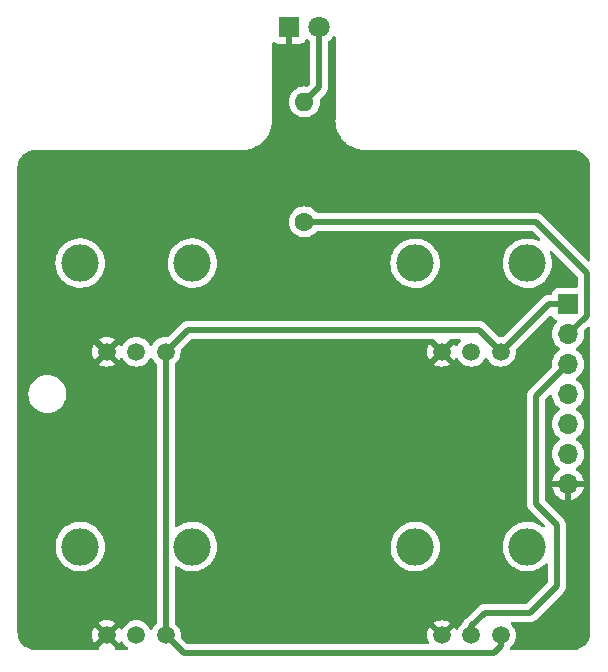
<source format=gtl>
G04 #@! TF.GenerationSoftware,KiCad,Pcbnew,(6.0.9)*
G04 #@! TF.CreationDate,2022-11-21T10:54:09+01:00*
G04 #@! TF.ProjectId,IO Board,494f2042-6f61-4726-942e-6b696361645f,rev?*
G04 #@! TF.SameCoordinates,Original*
G04 #@! TF.FileFunction,Copper,L1,Top*
G04 #@! TF.FilePolarity,Positive*
%FSLAX46Y46*%
G04 Gerber Fmt 4.6, Leading zero omitted, Abs format (unit mm)*
G04 Created by KiCad (PCBNEW (6.0.9)) date 2022-11-21 10:54:09*
%MOMM*%
%LPD*%
G01*
G04 APERTURE LIST*
G04 #@! TA.AperFunction,ComponentPad*
%ADD10R,1.800000X1.800000*%
G04 #@! TD*
G04 #@! TA.AperFunction,ComponentPad*
%ADD11C,1.800000*%
G04 #@! TD*
G04 #@! TA.AperFunction,ComponentPad*
%ADD12C,1.500000*%
G04 #@! TD*
G04 #@! TA.AperFunction,ComponentPad*
%ADD13C,3.164000*%
G04 #@! TD*
G04 #@! TA.AperFunction,ComponentPad*
%ADD14C,1.600000*%
G04 #@! TD*
G04 #@! TA.AperFunction,ComponentPad*
%ADD15O,1.600000X1.600000*%
G04 #@! TD*
G04 #@! TA.AperFunction,ComponentPad*
%ADD16R,1.700000X1.700000*%
G04 #@! TD*
G04 #@! TA.AperFunction,ComponentPad*
%ADD17O,1.700000X1.700000*%
G04 #@! TD*
G04 #@! TA.AperFunction,Conductor*
%ADD18C,0.500000*%
G04 #@! TD*
G04 APERTURE END LIST*
D10*
X214376000Y-58216800D03*
D11*
X216916000Y-58216800D03*
D12*
X227316383Y-85723005D03*
X229816383Y-85723005D03*
X232316383Y-85723005D03*
D13*
X225066383Y-78223005D03*
X234566383Y-78223005D03*
D12*
X198954916Y-109716108D03*
X201454916Y-109716108D03*
X203954916Y-109716108D03*
D13*
X196704916Y-102216108D03*
X206204916Y-102216108D03*
D12*
X227321612Y-109725162D03*
X229821612Y-109725162D03*
X232321612Y-109725162D03*
D13*
X225071612Y-102225162D03*
X234571612Y-102225162D03*
D12*
X198948140Y-85720462D03*
X201448140Y-85720462D03*
X203948140Y-85720462D03*
D13*
X196698140Y-78220462D03*
X206198140Y-78220462D03*
D14*
X215686347Y-74727791D03*
D15*
X215686347Y-64567791D03*
D16*
X237998000Y-81686400D03*
D17*
X237998000Y-84226400D03*
X237998000Y-86766400D03*
X237998000Y-89306400D03*
X237998000Y-91846400D03*
X237998000Y-94386400D03*
X237998000Y-96926400D03*
D18*
X216916000Y-63338138D02*
X216916000Y-58216800D01*
X215686347Y-64567791D02*
X216916000Y-63338138D01*
X231695003Y-111230397D02*
X205469205Y-111230397D01*
X237998000Y-81686400D02*
X236352988Y-81686400D01*
X232316383Y-85723005D02*
X230464178Y-83870800D01*
X232321612Y-109725162D02*
X232321612Y-110603788D01*
X232321612Y-110603788D02*
X231695003Y-111230397D01*
X203954916Y-85727238D02*
X203948140Y-85720462D01*
X205797802Y-83870800D02*
X203948140Y-85720462D01*
X230464178Y-83870800D02*
X205797802Y-83870800D01*
X205469205Y-111230397D02*
X203954916Y-109716108D01*
X236352988Y-81686400D02*
X232316383Y-85723005D01*
X203954916Y-109716108D02*
X203954916Y-85727238D01*
X237998000Y-84226400D02*
X239572800Y-82651600D01*
X235281191Y-74727791D02*
X215686347Y-74727791D01*
X239572800Y-82651600D02*
X239572800Y-79019400D01*
X239572800Y-79019400D02*
X235281191Y-74727791D01*
X235280200Y-98577400D02*
X237058200Y-100355400D01*
X235280200Y-89484200D02*
X235280200Y-98577400D01*
X229821612Y-108938188D02*
X229821612Y-109725162D01*
X237998000Y-86766400D02*
X235280200Y-89484200D01*
X237058200Y-105562400D02*
X234797600Y-107823000D01*
X237058200Y-100355400D02*
X237058200Y-105562400D01*
X230936800Y-107823000D02*
X229821612Y-108938188D01*
X234797600Y-107823000D02*
X230936800Y-107823000D01*
G04 #@! TA.AperFunction,Conductor*
G36*
X239810650Y-83590597D02*
G01*
X239867486Y-83633144D01*
X239892297Y-83699664D01*
X239892618Y-83708653D01*
X239892618Y-109431047D01*
X239891118Y-109450433D01*
X239890387Y-109455130D01*
X239887427Y-109474137D01*
X239889422Y-109489394D01*
X239890165Y-109514714D01*
X239878078Y-109683689D01*
X239878078Y-109683690D01*
X239875520Y-109701480D01*
X239869177Y-109730637D01*
X239834114Y-109891812D01*
X239829052Y-109909055D01*
X239760975Y-110091572D01*
X239753515Y-110107906D01*
X239671432Y-110258230D01*
X239660162Y-110278869D01*
X239650445Y-110293989D01*
X239603414Y-110356815D01*
X239533712Y-110449926D01*
X239521939Y-110463512D01*
X239384213Y-110601238D01*
X239370633Y-110613006D01*
X239214683Y-110729750D01*
X239199573Y-110739460D01*
X239051600Y-110820260D01*
X239028613Y-110832812D01*
X239012273Y-110840275D01*
X238829756Y-110908352D01*
X238812513Y-110913414D01*
X238726430Y-110932141D01*
X238622181Y-110954820D01*
X238604393Y-110957378D01*
X238564613Y-110960223D01*
X238442515Y-110968956D01*
X238424506Y-110968208D01*
X238416260Y-110968107D01*
X238407389Y-110966726D01*
X238398488Y-110967890D01*
X238398484Y-110967890D01*
X238375830Y-110970853D01*
X238359492Y-110971917D01*
X233174707Y-110971917D01*
X233106586Y-110951915D01*
X233060093Y-110898259D01*
X233049989Y-110827985D01*
X233051347Y-110820260D01*
X233058148Y-110787561D01*
X233091602Y-110724940D01*
X233109238Y-110710005D01*
X233129134Y-110696074D01*
X233129140Y-110696069D01*
X233133650Y-110692911D01*
X233289361Y-110537200D01*
X233298860Y-110523635D01*
X233412511Y-110361324D01*
X233412512Y-110361322D01*
X233415668Y-110356815D01*
X233417991Y-110351833D01*
X233417994Y-110351828D01*
X233486762Y-110204353D01*
X233508732Y-110157238D01*
X233565727Y-109944533D01*
X233584919Y-109725162D01*
X233565727Y-109505791D01*
X233508732Y-109293086D01*
X233418110Y-109098745D01*
X233417994Y-109098496D01*
X233417991Y-109098491D01*
X233415668Y-109093509D01*
X233412510Y-109088999D01*
X233292520Y-108917635D01*
X233292518Y-108917632D01*
X233289361Y-108913124D01*
X233172832Y-108796595D01*
X233138806Y-108734283D01*
X233143871Y-108663468D01*
X233186418Y-108606632D01*
X233252938Y-108581821D01*
X233261927Y-108581500D01*
X234730530Y-108581500D01*
X234749480Y-108582933D01*
X234763715Y-108585099D01*
X234763719Y-108585099D01*
X234770949Y-108586199D01*
X234778241Y-108585606D01*
X234778244Y-108585606D01*
X234823618Y-108581915D01*
X234833833Y-108581500D01*
X234841893Y-108581500D01*
X234855183Y-108579951D01*
X234870107Y-108578211D01*
X234874482Y-108577778D01*
X234939939Y-108572454D01*
X234939942Y-108572453D01*
X234947237Y-108571860D01*
X234954201Y-108569604D01*
X234960160Y-108568413D01*
X234966015Y-108567029D01*
X234973281Y-108566182D01*
X235041927Y-108541265D01*
X235046055Y-108539848D01*
X235108536Y-108519607D01*
X235108538Y-108519606D01*
X235115499Y-108517351D01*
X235121754Y-108513555D01*
X235127228Y-108511049D01*
X235132658Y-108508330D01*
X235139537Y-108505833D01*
X235174415Y-108482966D01*
X235200576Y-108465814D01*
X235204280Y-108463477D01*
X235266707Y-108425595D01*
X235275084Y-108418197D01*
X235275108Y-108418224D01*
X235278100Y-108415571D01*
X235281333Y-108412868D01*
X235287452Y-108408856D01*
X235340728Y-108352617D01*
X235343106Y-108350175D01*
X237547111Y-106146170D01*
X237561523Y-106133784D01*
X237573118Y-106125251D01*
X237573123Y-106125246D01*
X237579018Y-106120908D01*
X237583757Y-106115330D01*
X237583760Y-106115327D01*
X237613235Y-106080632D01*
X237620165Y-106073116D01*
X237625860Y-106067421D01*
X237643481Y-106045149D01*
X237646272Y-106041745D01*
X237688791Y-105991697D01*
X237688792Y-105991695D01*
X237693533Y-105986115D01*
X237696861Y-105979599D01*
X237700228Y-105974550D01*
X237703395Y-105969421D01*
X237707934Y-105963684D01*
X237738855Y-105897525D01*
X237740761Y-105893625D01*
X237773969Y-105828592D01*
X237775708Y-105821484D01*
X237777807Y-105815841D01*
X237779724Y-105810078D01*
X237782822Y-105803450D01*
X237797687Y-105731983D01*
X237798657Y-105727699D01*
X237814673Y-105662245D01*
X237816008Y-105656790D01*
X237816700Y-105645636D01*
X237816736Y-105645638D01*
X237816975Y-105641645D01*
X237817349Y-105637453D01*
X237818840Y-105630285D01*
X237816746Y-105552879D01*
X237816700Y-105549472D01*
X237816700Y-100422470D01*
X237818133Y-100403520D01*
X237820299Y-100389285D01*
X237820299Y-100389281D01*
X237821399Y-100382051D01*
X237820457Y-100370460D01*
X237817115Y-100329382D01*
X237816700Y-100319167D01*
X237816700Y-100311107D01*
X237813409Y-100282880D01*
X237812978Y-100278521D01*
X237811096Y-100255380D01*
X237807060Y-100205764D01*
X237804805Y-100198803D01*
X237803618Y-100192863D01*
X237802229Y-100186988D01*
X237801382Y-100179719D01*
X237776464Y-100111070D01*
X237775047Y-100106942D01*
X237754807Y-100044464D01*
X237754806Y-100044462D01*
X237752551Y-100037501D01*
X237748755Y-100031246D01*
X237746249Y-100025772D01*
X237743530Y-100020342D01*
X237741033Y-100013463D01*
X237701014Y-99952424D01*
X237698667Y-99948705D01*
X237660795Y-99886293D01*
X237653397Y-99877916D01*
X237653424Y-99877892D01*
X237650771Y-99874900D01*
X237648068Y-99871667D01*
X237644056Y-99865548D01*
X237587817Y-99812272D01*
X237585375Y-99809894D01*
X236075605Y-98300124D01*
X236041579Y-98237812D01*
X236038700Y-98211029D01*
X236038700Y-97194366D01*
X236666257Y-97194366D01*
X236696565Y-97328846D01*
X236699645Y-97338675D01*
X236779770Y-97536003D01*
X236784413Y-97545194D01*
X236895694Y-97726788D01*
X236901777Y-97735099D01*
X237041213Y-97896067D01*
X237048580Y-97903283D01*
X237212434Y-98039316D01*
X237220881Y-98045231D01*
X237404756Y-98152679D01*
X237414042Y-98157129D01*
X237613001Y-98233103D01*
X237622899Y-98235979D01*
X237726250Y-98257006D01*
X237740299Y-98255810D01*
X237744000Y-98245465D01*
X237744000Y-98244917D01*
X238252000Y-98244917D01*
X238256064Y-98258759D01*
X238269478Y-98260793D01*
X238276184Y-98259934D01*
X238286262Y-98257792D01*
X238490255Y-98196591D01*
X238499842Y-98192833D01*
X238691095Y-98099139D01*
X238699945Y-98093864D01*
X238873328Y-97970192D01*
X238881200Y-97963539D01*
X239032052Y-97813212D01*
X239038730Y-97805365D01*
X239163003Y-97632420D01*
X239168313Y-97623583D01*
X239262670Y-97432667D01*
X239266469Y-97423072D01*
X239328377Y-97219310D01*
X239330555Y-97209237D01*
X239331986Y-97198362D01*
X239329775Y-97184178D01*
X239316617Y-97180400D01*
X238270115Y-97180400D01*
X238254876Y-97184875D01*
X238253671Y-97186265D01*
X238252000Y-97193948D01*
X238252000Y-98244917D01*
X237744000Y-98244917D01*
X237744000Y-97198515D01*
X237739525Y-97183276D01*
X237738135Y-97182071D01*
X237730452Y-97180400D01*
X236681225Y-97180400D01*
X236667694Y-97184373D01*
X236666257Y-97194366D01*
X236038700Y-97194366D01*
X236038700Y-89850571D01*
X236058702Y-89782450D01*
X236075605Y-89761476D01*
X236432656Y-89404425D01*
X236494968Y-89370399D01*
X236565783Y-89375464D01*
X236622619Y-89418011D01*
X236647542Y-89486265D01*
X236648110Y-89496115D01*
X236649247Y-89501161D01*
X236649248Y-89501167D01*
X236659238Y-89545494D01*
X236697222Y-89714039D01*
X236781266Y-89921016D01*
X236897987Y-90111488D01*
X237044250Y-90280338D01*
X237216126Y-90423032D01*
X237248810Y-90442131D01*
X237289445Y-90465876D01*
X237338169Y-90517514D01*
X237351240Y-90587297D01*
X237324509Y-90653069D01*
X237284055Y-90686427D01*
X237271607Y-90692907D01*
X237267474Y-90696010D01*
X237267471Y-90696012D01*
X237097100Y-90823930D01*
X237092965Y-90827035D01*
X237089393Y-90830773D01*
X237017003Y-90906525D01*
X236938629Y-90988538D01*
X236812743Y-91173080D01*
X236718688Y-91375705D01*
X236658989Y-91590970D01*
X236635251Y-91813095D01*
X236635548Y-91818248D01*
X236635548Y-91818251D01*
X236641011Y-91912990D01*
X236648110Y-92036115D01*
X236649247Y-92041161D01*
X236649248Y-92041167D01*
X236669119Y-92129339D01*
X236697222Y-92254039D01*
X236781266Y-92461016D01*
X236897987Y-92651488D01*
X237044250Y-92820338D01*
X237216126Y-92963032D01*
X237286595Y-93004211D01*
X237289445Y-93005876D01*
X237338169Y-93057514D01*
X237351240Y-93127297D01*
X237324509Y-93193069D01*
X237284055Y-93226427D01*
X237271607Y-93232907D01*
X237267474Y-93236010D01*
X237267471Y-93236012D01*
X237243247Y-93254200D01*
X237092965Y-93367035D01*
X236938629Y-93528538D01*
X236812743Y-93713080D01*
X236718688Y-93915705D01*
X236658989Y-94130970D01*
X236635251Y-94353095D01*
X236635548Y-94358248D01*
X236635548Y-94358251D01*
X236641011Y-94452990D01*
X236648110Y-94576115D01*
X236649247Y-94581161D01*
X236649248Y-94581167D01*
X236669119Y-94669339D01*
X236697222Y-94794039D01*
X236781266Y-95001016D01*
X236897987Y-95191488D01*
X237044250Y-95360338D01*
X237216126Y-95503032D01*
X237289955Y-95546174D01*
X237338679Y-95597812D01*
X237351750Y-95667595D01*
X237325019Y-95733367D01*
X237284562Y-95766727D01*
X237276457Y-95770946D01*
X237267738Y-95776436D01*
X237097433Y-95904305D01*
X237089726Y-95911148D01*
X236942590Y-96065117D01*
X236936104Y-96073127D01*
X236816098Y-96249049D01*
X236811000Y-96258023D01*
X236721338Y-96451183D01*
X236717775Y-96460870D01*
X236662389Y-96660583D01*
X236663912Y-96669007D01*
X236676292Y-96672400D01*
X239316344Y-96672400D01*
X239329875Y-96668427D01*
X239331180Y-96659347D01*
X239289214Y-96492275D01*
X239285894Y-96482524D01*
X239200972Y-96287214D01*
X239196105Y-96278139D01*
X239080426Y-96099326D01*
X239074136Y-96091157D01*
X238930806Y-95933640D01*
X238923273Y-95926615D01*
X238756139Y-95794622D01*
X238747556Y-95788920D01*
X238710602Y-95768520D01*
X238660631Y-95718087D01*
X238645859Y-95648645D01*
X238670975Y-95582239D01*
X238698327Y-95555632D01*
X238721797Y-95538891D01*
X238877860Y-95427573D01*
X239036096Y-95269889D01*
X239095594Y-95187089D01*
X239163435Y-95092677D01*
X239166453Y-95088477D01*
X239265430Y-94888211D01*
X239330370Y-94674469D01*
X239359529Y-94452990D01*
X239361156Y-94386400D01*
X239342852Y-94163761D01*
X239288431Y-93947102D01*
X239199354Y-93742240D01*
X239078014Y-93554677D01*
X238927670Y-93389451D01*
X238923619Y-93386252D01*
X238923615Y-93386248D01*
X238756414Y-93254200D01*
X238756410Y-93254198D01*
X238752359Y-93250998D01*
X238711053Y-93228196D01*
X238661084Y-93177764D01*
X238646312Y-93108321D01*
X238671428Y-93041916D01*
X238698780Y-93015309D01*
X238742603Y-92984050D01*
X238877860Y-92887573D01*
X239036096Y-92729889D01*
X239095594Y-92647089D01*
X239163435Y-92552677D01*
X239166453Y-92548477D01*
X239265430Y-92348211D01*
X239330370Y-92134469D01*
X239359529Y-91912990D01*
X239361156Y-91846400D01*
X239342852Y-91623761D01*
X239288431Y-91407102D01*
X239199354Y-91202240D01*
X239078014Y-91014677D01*
X238927670Y-90849451D01*
X238923619Y-90846252D01*
X238923615Y-90846248D01*
X238756414Y-90714200D01*
X238756410Y-90714198D01*
X238752359Y-90710998D01*
X238711053Y-90688196D01*
X238661084Y-90637764D01*
X238646312Y-90568321D01*
X238671428Y-90501916D01*
X238698780Y-90475309D01*
X238755057Y-90435167D01*
X238877860Y-90347573D01*
X239036096Y-90189889D01*
X239095594Y-90107089D01*
X239163435Y-90012677D01*
X239166453Y-90008477D01*
X239265430Y-89808211D01*
X239330370Y-89594469D01*
X239359529Y-89372990D01*
X239360903Y-89316751D01*
X239361074Y-89309765D01*
X239361074Y-89309761D01*
X239361156Y-89306400D01*
X239342852Y-89083761D01*
X239288431Y-88867102D01*
X239199354Y-88662240D01*
X239078014Y-88474677D01*
X238927670Y-88309451D01*
X238923619Y-88306252D01*
X238923615Y-88306248D01*
X238756414Y-88174200D01*
X238756410Y-88174198D01*
X238752359Y-88170998D01*
X238711053Y-88148196D01*
X238661084Y-88097764D01*
X238646312Y-88028321D01*
X238671428Y-87961916D01*
X238698780Y-87935309D01*
X238742603Y-87904050D01*
X238877860Y-87807573D01*
X239036096Y-87649889D01*
X239166453Y-87468477D01*
X239265430Y-87268211D01*
X239330370Y-87054469D01*
X239359529Y-86832990D01*
X239359611Y-86829640D01*
X239361074Y-86769765D01*
X239361074Y-86769761D01*
X239361156Y-86766400D01*
X239342852Y-86543761D01*
X239288431Y-86327102D01*
X239199354Y-86122240D01*
X239078014Y-85934677D01*
X238927670Y-85769451D01*
X238923619Y-85766252D01*
X238923615Y-85766248D01*
X238756414Y-85634200D01*
X238756410Y-85634198D01*
X238752359Y-85630998D01*
X238711053Y-85608196D01*
X238661084Y-85557764D01*
X238646312Y-85488321D01*
X238671428Y-85421916D01*
X238698780Y-85395309D01*
X238760921Y-85350984D01*
X238877860Y-85267573D01*
X239036096Y-85109889D01*
X239051244Y-85088809D01*
X239163435Y-84932677D01*
X239166453Y-84928477D01*
X239172878Y-84915478D01*
X239263136Y-84732853D01*
X239263137Y-84732851D01*
X239265430Y-84728211D01*
X239330370Y-84514469D01*
X239359529Y-84292990D01*
X239361156Y-84226400D01*
X239343870Y-84016147D01*
X239358223Y-83946619D01*
X239380351Y-83916730D01*
X239677523Y-83619558D01*
X239739835Y-83585532D01*
X239810650Y-83590597D01*
G37*
G04 #@! TD.AperFunction*
G04 #@! TA.AperFunction,Conductor*
G36*
X214572121Y-57982802D02*
G01*
X214618614Y-58036458D01*
X214630000Y-58088800D01*
X214630000Y-59606684D01*
X214634475Y-59621923D01*
X214635865Y-59623128D01*
X214643548Y-59624799D01*
X215320669Y-59624799D01*
X215327490Y-59624429D01*
X215378352Y-59618905D01*
X215393604Y-59615279D01*
X215514054Y-59570124D01*
X215529649Y-59561586D01*
X215631724Y-59485085D01*
X215644285Y-59472524D01*
X215720786Y-59370449D01*
X215729324Y-59354854D01*
X215750773Y-59297640D01*
X215793415Y-59240875D01*
X215859977Y-59216176D01*
X215929325Y-59231384D01*
X215949240Y-59244926D01*
X216104517Y-59373839D01*
X216105349Y-59374530D01*
X216105206Y-59374702D01*
X216148101Y-59428370D01*
X216157500Y-59476121D01*
X216157500Y-62971767D01*
X216137498Y-63039888D01*
X216120595Y-63060862D01*
X215949337Y-63232120D01*
X215887025Y-63266146D01*
X215849260Y-63268546D01*
X215691822Y-63254772D01*
X215686347Y-63254293D01*
X215458260Y-63274248D01*
X215452947Y-63275672D01*
X215452945Y-63275672D01*
X215242414Y-63332084D01*
X215242412Y-63332085D01*
X215237104Y-63333507D01*
X215232123Y-63335830D01*
X215232122Y-63335830D01*
X215034585Y-63427942D01*
X215034580Y-63427945D01*
X215029598Y-63430268D01*
X215018580Y-63437983D01*
X214846558Y-63558434D01*
X214846555Y-63558436D01*
X214842047Y-63561593D01*
X214680149Y-63723491D01*
X214676992Y-63727999D01*
X214676990Y-63728002D01*
X214649379Y-63767435D01*
X214548824Y-63911042D01*
X214546501Y-63916024D01*
X214546498Y-63916029D01*
X214543757Y-63921908D01*
X214452063Y-64118548D01*
X214392804Y-64339704D01*
X214372849Y-64567791D01*
X214392804Y-64795878D01*
X214452063Y-65017034D01*
X214454386Y-65022015D01*
X214454386Y-65022016D01*
X214546498Y-65219553D01*
X214546501Y-65219558D01*
X214548824Y-65224540D01*
X214680149Y-65412091D01*
X214842047Y-65573989D01*
X214846555Y-65577146D01*
X214846558Y-65577148D01*
X214924736Y-65631889D01*
X215029598Y-65705314D01*
X215034580Y-65707637D01*
X215034585Y-65707640D01*
X215232122Y-65799752D01*
X215237104Y-65802075D01*
X215242412Y-65803497D01*
X215242414Y-65803498D01*
X215452945Y-65859910D01*
X215452947Y-65859910D01*
X215458260Y-65861334D01*
X215686347Y-65881289D01*
X215914434Y-65861334D01*
X215919747Y-65859910D01*
X215919749Y-65859910D01*
X216130280Y-65803498D01*
X216130282Y-65803497D01*
X216135590Y-65802075D01*
X216140572Y-65799752D01*
X216338109Y-65707640D01*
X216338114Y-65707637D01*
X216343096Y-65705314D01*
X216447958Y-65631889D01*
X216526136Y-65577148D01*
X216526139Y-65577146D01*
X216530647Y-65573989D01*
X216692545Y-65412091D01*
X216823870Y-65224540D01*
X216826193Y-65219558D01*
X216826196Y-65219553D01*
X216918308Y-65022016D01*
X216918308Y-65022015D01*
X216920631Y-65017034D01*
X216979890Y-64795878D01*
X216999845Y-64567791D01*
X216985592Y-64404878D01*
X216999581Y-64335273D01*
X217022018Y-64304801D01*
X217404911Y-63921908D01*
X217419323Y-63909522D01*
X217430918Y-63900989D01*
X217430923Y-63900984D01*
X217436818Y-63896646D01*
X217441557Y-63891068D01*
X217441560Y-63891065D01*
X217471035Y-63856370D01*
X217477965Y-63848854D01*
X217483660Y-63843159D01*
X217501281Y-63820887D01*
X217504072Y-63817483D01*
X217546591Y-63767435D01*
X217546592Y-63767433D01*
X217551333Y-63761853D01*
X217554661Y-63755337D01*
X217558028Y-63750288D01*
X217561195Y-63745159D01*
X217565734Y-63739422D01*
X217596655Y-63673263D01*
X217598561Y-63669363D01*
X217631769Y-63604330D01*
X217633508Y-63597222D01*
X217635607Y-63591579D01*
X217637524Y-63585816D01*
X217640622Y-63579188D01*
X217655487Y-63507721D01*
X217656457Y-63503437D01*
X217672473Y-63437983D01*
X217673808Y-63432528D01*
X217674500Y-63421374D01*
X217674536Y-63421376D01*
X217674775Y-63417383D01*
X217675149Y-63413191D01*
X217676640Y-63406023D01*
X217674546Y-63328617D01*
X217674500Y-63325210D01*
X217674500Y-59470852D01*
X217694502Y-59402731D01*
X217727332Y-59368273D01*
X217824039Y-59299293D01*
X217824042Y-59299291D01*
X217828243Y-59296294D01*
X217992303Y-59132805D01*
X217995317Y-59128611D01*
X217995326Y-59128600D01*
X218090779Y-58995763D01*
X218146773Y-58952115D01*
X218217477Y-58945669D01*
X218280441Y-58978472D01*
X218315675Y-59040108D01*
X218319101Y-59069289D01*
X218319101Y-66062951D01*
X218317355Y-66083856D01*
X218314025Y-66103649D01*
X218313872Y-66116201D01*
X218314561Y-66121011D01*
X218314719Y-66123438D01*
X218315298Y-66129134D01*
X218315577Y-66133742D01*
X218332839Y-66419120D01*
X218387542Y-66717622D01*
X218477826Y-67007353D01*
X218479388Y-67010823D01*
X218479390Y-67010829D01*
X218516339Y-67092925D01*
X218602375Y-67284089D01*
X218604344Y-67287346D01*
X218604346Y-67287349D01*
X218759373Y-67543795D01*
X218761725Y-67546797D01*
X218761727Y-67546800D01*
X218820205Y-67621442D01*
X218946530Y-67782684D01*
X219161118Y-67997271D01*
X219164123Y-67999626D01*
X219164125Y-67999627D01*
X219225845Y-68047981D01*
X219400007Y-68184428D01*
X219577508Y-68291731D01*
X219656452Y-68339455D01*
X219656456Y-68339457D01*
X219659713Y-68341426D01*
X219798081Y-68403701D01*
X219932973Y-68464411D01*
X219932979Y-68464413D01*
X219936449Y-68465975D01*
X219940085Y-68467108D01*
X220222523Y-68555119D01*
X220226181Y-68556259D01*
X220524682Y-68610961D01*
X220528476Y-68611190D01*
X220528480Y-68611191D01*
X220660884Y-68619200D01*
X220796760Y-68627419D01*
X220810047Y-68628934D01*
X220815049Y-68629775D01*
X220821325Y-68629851D01*
X220822741Y-68629869D01*
X220822744Y-68629869D01*
X220827601Y-68629928D01*
X220855225Y-68625972D01*
X220873087Y-68624699D01*
X229248395Y-68624700D01*
X238351747Y-68624701D01*
X238371133Y-68626201D01*
X238385965Y-68628511D01*
X238385968Y-68628511D01*
X238394837Y-68629892D01*
X238410094Y-68627897D01*
X238435414Y-68627154D01*
X238604394Y-68639242D01*
X238622177Y-68641799D01*
X238752346Y-68670116D01*
X238812510Y-68683205D01*
X238829758Y-68688270D01*
X238980659Y-68744554D01*
X239012183Y-68756312D01*
X239012255Y-68756339D01*
X239028606Y-68763806D01*
X239199567Y-68857159D01*
X239214677Y-68866869D01*
X239370622Y-68983609D01*
X239384201Y-68995376D01*
X239521933Y-69133110D01*
X239533705Y-69146696D01*
X239650433Y-69302627D01*
X239660144Y-69317736D01*
X239753502Y-69488711D01*
X239760961Y-69505043D01*
X239812155Y-69642300D01*
X239829034Y-69687554D01*
X239834099Y-69704803D01*
X239875503Y-69895136D01*
X239878061Y-69912930D01*
X239889645Y-70074885D01*
X239888915Y-70092440D01*
X239888810Y-70101046D01*
X239887427Y-70109925D01*
X239889889Y-70128753D01*
X239891554Y-70141484D01*
X239892618Y-70157822D01*
X239892618Y-77962347D01*
X239872616Y-78030468D01*
X239818960Y-78076961D01*
X239748686Y-78087065D01*
X239684106Y-78057571D01*
X239677523Y-78051442D01*
X235864961Y-74238880D01*
X235852575Y-74224468D01*
X235844042Y-74212873D01*
X235844037Y-74212868D01*
X235839699Y-74206973D01*
X235834121Y-74202234D01*
X235834118Y-74202231D01*
X235799423Y-74172756D01*
X235791907Y-74165826D01*
X235786212Y-74160131D01*
X235780071Y-74155273D01*
X235763940Y-74142510D01*
X235760536Y-74139719D01*
X235710488Y-74097200D01*
X235710486Y-74097199D01*
X235704906Y-74092458D01*
X235698390Y-74089130D01*
X235693341Y-74085763D01*
X235688212Y-74082596D01*
X235682475Y-74078057D01*
X235616316Y-74047136D01*
X235612416Y-74045230D01*
X235547383Y-74012022D01*
X235540275Y-74010283D01*
X235534632Y-74008184D01*
X235528869Y-74006267D01*
X235522241Y-74003169D01*
X235450774Y-73988304D01*
X235446490Y-73987334D01*
X235375581Y-73969983D01*
X235369979Y-73969635D01*
X235369976Y-73969635D01*
X235364427Y-73969291D01*
X235364429Y-73969255D01*
X235360436Y-73969016D01*
X235356244Y-73968642D01*
X235349076Y-73967151D01*
X235282866Y-73968942D01*
X235271670Y-73969245D01*
X235268263Y-73969291D01*
X216818214Y-73969291D01*
X216750093Y-73949289D01*
X216715002Y-73915563D01*
X216692545Y-73883491D01*
X216530647Y-73721593D01*
X216526139Y-73718436D01*
X216526136Y-73718434D01*
X216447958Y-73663693D01*
X216343096Y-73590268D01*
X216338114Y-73587945D01*
X216338109Y-73587942D01*
X216140572Y-73495830D01*
X216140571Y-73495830D01*
X216135590Y-73493507D01*
X216130282Y-73492085D01*
X216130280Y-73492084D01*
X215919749Y-73435672D01*
X215919747Y-73435672D01*
X215914434Y-73434248D01*
X215686347Y-73414293D01*
X215458260Y-73434248D01*
X215452947Y-73435672D01*
X215452945Y-73435672D01*
X215242414Y-73492084D01*
X215242412Y-73492085D01*
X215237104Y-73493507D01*
X215232123Y-73495830D01*
X215232122Y-73495830D01*
X215034585Y-73587942D01*
X215034580Y-73587945D01*
X215029598Y-73590268D01*
X214924736Y-73663693D01*
X214846558Y-73718434D01*
X214846555Y-73718436D01*
X214842047Y-73721593D01*
X214680149Y-73883491D01*
X214548824Y-74071042D01*
X214546501Y-74076024D01*
X214546498Y-74076029D01*
X214477281Y-74224468D01*
X214452063Y-74278548D01*
X214392804Y-74499704D01*
X214372849Y-74727791D01*
X214392804Y-74955878D01*
X214452063Y-75177034D01*
X214454386Y-75182015D01*
X214454386Y-75182016D01*
X214546498Y-75379553D01*
X214546501Y-75379558D01*
X214548824Y-75384540D01*
X214680149Y-75572091D01*
X214842047Y-75733989D01*
X214846555Y-75737146D01*
X214846558Y-75737148D01*
X214924736Y-75791889D01*
X215029598Y-75865314D01*
X215034580Y-75867637D01*
X215034585Y-75867640D01*
X215232122Y-75959752D01*
X215237104Y-75962075D01*
X215242412Y-75963497D01*
X215242414Y-75963498D01*
X215452945Y-76019910D01*
X215452947Y-76019910D01*
X215458260Y-76021334D01*
X215686347Y-76041289D01*
X215914434Y-76021334D01*
X215919747Y-76019910D01*
X215919749Y-76019910D01*
X216130280Y-75963498D01*
X216130282Y-75963497D01*
X216135590Y-75962075D01*
X216140572Y-75959752D01*
X216338109Y-75867640D01*
X216338114Y-75867637D01*
X216343096Y-75865314D01*
X216447958Y-75791889D01*
X216526136Y-75737148D01*
X216526139Y-75737146D01*
X216530647Y-75733989D01*
X216692545Y-75572091D01*
X216715002Y-75540020D01*
X216770457Y-75495692D01*
X216818214Y-75486291D01*
X234914820Y-75486291D01*
X234982941Y-75506293D01*
X235003915Y-75523196D01*
X235615253Y-76134534D01*
X235649279Y-76196846D01*
X235644214Y-76267661D01*
X235601667Y-76324497D01*
X235535147Y-76349308D01*
X235475513Y-76339003D01*
X235442467Y-76324497D01*
X235276169Y-76251498D01*
X235272041Y-76250322D01*
X235272038Y-76250321D01*
X235006168Y-76174585D01*
X235006161Y-76174584D01*
X235002038Y-76173409D01*
X234997796Y-76172805D01*
X234997790Y-76172804D01*
X234724096Y-76133852D01*
X234719845Y-76133247D01*
X234570305Y-76132464D01*
X234439100Y-76131777D01*
X234439094Y-76131777D01*
X234434813Y-76131755D01*
X234430569Y-76132314D01*
X234430565Y-76132314D01*
X234306755Y-76148614D01*
X234152215Y-76168959D01*
X234148075Y-76170092D01*
X234148073Y-76170092D01*
X233881426Y-76243039D01*
X233877281Y-76244173D01*
X233615098Y-76356003D01*
X233611417Y-76358206D01*
X233374200Y-76500177D01*
X233374196Y-76500180D01*
X233370518Y-76502381D01*
X233148067Y-76680598D01*
X233133323Y-76696135D01*
X232957225Y-76881704D01*
X232951861Y-76887356D01*
X232949362Y-76890834D01*
X232949361Y-76890835D01*
X232788039Y-77115339D01*
X232788036Y-77115344D01*
X232785531Y-77118830D01*
X232652154Y-77370735D01*
X232554198Y-77638411D01*
X232493477Y-77916905D01*
X232471113Y-78201063D01*
X232487521Y-78485626D01*
X232488346Y-78489831D01*
X232488347Y-78489839D01*
X232519974Y-78651041D01*
X232542397Y-78765331D01*
X232543784Y-78769381D01*
X232543785Y-78769386D01*
X232633336Y-79030943D01*
X232634725Y-79034999D01*
X232762797Y-79289643D01*
X232828864Y-79385771D01*
X232920066Y-79518471D01*
X232924243Y-79524549D01*
X233116077Y-79735371D01*
X233119366Y-79738121D01*
X233331455Y-79915455D01*
X233331460Y-79915459D01*
X233334747Y-79918207D01*
X233390862Y-79953408D01*
X233572567Y-80067392D01*
X233572571Y-80067394D01*
X233576207Y-80069675D01*
X233646709Y-80101508D01*
X233832078Y-80185206D01*
X233832082Y-80185208D01*
X233835990Y-80186972D01*
X233840110Y-80188192D01*
X233840109Y-80188192D01*
X234105176Y-80266708D01*
X234105180Y-80266709D01*
X234109289Y-80267926D01*
X234113523Y-80268574D01*
X234113528Y-80268575D01*
X234361968Y-80306591D01*
X234391046Y-80311041D01*
X234536169Y-80313321D01*
X234671756Y-80315451D01*
X234671762Y-80315451D01*
X234676047Y-80315518D01*
X234959019Y-80281275D01*
X235234726Y-80208945D01*
X235238686Y-80207305D01*
X235238691Y-80207303D01*
X235366395Y-80154406D01*
X235498065Y-80099866D01*
X235744164Y-79956057D01*
X235968469Y-79780180D01*
X236011692Y-79735578D01*
X236163847Y-79578565D01*
X236166830Y-79575487D01*
X236169363Y-79572039D01*
X236169367Y-79572034D01*
X236333037Y-79349223D01*
X236335575Y-79345768D01*
X236471583Y-79095274D01*
X236572336Y-78828638D01*
X236635970Y-78550795D01*
X236661308Y-78266887D01*
X236661768Y-78223005D01*
X236659808Y-78194250D01*
X236642673Y-77942906D01*
X236642672Y-77942900D01*
X236642381Y-77938629D01*
X236638767Y-77921175D01*
X236585448Y-77663711D01*
X236584579Y-77659514D01*
X236489432Y-77390827D01*
X236452985Y-77320212D01*
X236439516Y-77250504D01*
X236465871Y-77184581D01*
X236523684Y-77143371D01*
X236594599Y-77139960D01*
X236654046Y-77173327D01*
X238777395Y-79296676D01*
X238811421Y-79358988D01*
X238814300Y-79385771D01*
X238814300Y-80201900D01*
X238794298Y-80270021D01*
X238740642Y-80316514D01*
X238688300Y-80327900D01*
X237099866Y-80327900D01*
X237037684Y-80334655D01*
X236901295Y-80385785D01*
X236784739Y-80473139D01*
X236697385Y-80589695D01*
X236646255Y-80726084D01*
X236639500Y-80788266D01*
X236639500Y-80801900D01*
X236619498Y-80870021D01*
X236565842Y-80916514D01*
X236513500Y-80927900D01*
X236420058Y-80927900D01*
X236401108Y-80926467D01*
X236386873Y-80924301D01*
X236386869Y-80924301D01*
X236379639Y-80923201D01*
X236372347Y-80923794D01*
X236372344Y-80923794D01*
X236326970Y-80927485D01*
X236316755Y-80927900D01*
X236308695Y-80927900D01*
X236305061Y-80928324D01*
X236305055Y-80928324D01*
X236292030Y-80929843D01*
X236280468Y-80931191D01*
X236276120Y-80931621D01*
X236254047Y-80933416D01*
X236210650Y-80936946D01*
X236210647Y-80936947D01*
X236203352Y-80937540D01*
X236196388Y-80939796D01*
X236190449Y-80940983D01*
X236184578Y-80942370D01*
X236177307Y-80943218D01*
X236170431Y-80945714D01*
X236170422Y-80945716D01*
X236108690Y-80968125D01*
X236104586Y-80969535D01*
X236035089Y-80992048D01*
X236028834Y-80995844D01*
X236023375Y-80998343D01*
X236017927Y-81001071D01*
X236011051Y-81003567D01*
X235949998Y-81043595D01*
X235946325Y-81045913D01*
X235883881Y-81083805D01*
X235875505Y-81091202D01*
X235875481Y-81091175D01*
X235872487Y-81093830D01*
X235869256Y-81096532D01*
X235863136Y-81100544D01*
X235858104Y-81105856D01*
X235809860Y-81156783D01*
X235807482Y-81159225D01*
X232533220Y-84433487D01*
X232470908Y-84467513D01*
X232433144Y-84469913D01*
X232321859Y-84460177D01*
X232321858Y-84460177D01*
X232316383Y-84459698D01*
X232310908Y-84460177D01*
X232310907Y-84460177D01*
X232199622Y-84469913D01*
X232130018Y-84455924D01*
X232099546Y-84433487D01*
X231047948Y-83381889D01*
X231035562Y-83367477D01*
X231027029Y-83355882D01*
X231027024Y-83355877D01*
X231022686Y-83349982D01*
X231017108Y-83345243D01*
X231017105Y-83345240D01*
X230982410Y-83315765D01*
X230974894Y-83308835D01*
X230969199Y-83303140D01*
X230952914Y-83290256D01*
X230946927Y-83285519D01*
X230943523Y-83282728D01*
X230893475Y-83240209D01*
X230893473Y-83240208D01*
X230887893Y-83235467D01*
X230881377Y-83232139D01*
X230876328Y-83228772D01*
X230871199Y-83225605D01*
X230865462Y-83221066D01*
X230799303Y-83190145D01*
X230795403Y-83188239D01*
X230730370Y-83155031D01*
X230723262Y-83153292D01*
X230717619Y-83151193D01*
X230711856Y-83149276D01*
X230705228Y-83146178D01*
X230633761Y-83131313D01*
X230629477Y-83130343D01*
X230595136Y-83121940D01*
X230558568Y-83112992D01*
X230552966Y-83112644D01*
X230552963Y-83112644D01*
X230547414Y-83112300D01*
X230547416Y-83112264D01*
X230543423Y-83112025D01*
X230539231Y-83111651D01*
X230532063Y-83110160D01*
X230468298Y-83111885D01*
X230454657Y-83112254D01*
X230451250Y-83112300D01*
X205864872Y-83112300D01*
X205845922Y-83110867D01*
X205831687Y-83108701D01*
X205831683Y-83108701D01*
X205824453Y-83107601D01*
X205817161Y-83108194D01*
X205817158Y-83108194D01*
X205771784Y-83111885D01*
X205761569Y-83112300D01*
X205753509Y-83112300D01*
X205740219Y-83113849D01*
X205725295Y-83115589D01*
X205720920Y-83116022D01*
X205655463Y-83121346D01*
X205655460Y-83121347D01*
X205648165Y-83121940D01*
X205641201Y-83124196D01*
X205635242Y-83125387D01*
X205629387Y-83126771D01*
X205622121Y-83127618D01*
X205553475Y-83152535D01*
X205549347Y-83153952D01*
X205486866Y-83174193D01*
X205486864Y-83174194D01*
X205479903Y-83176449D01*
X205473648Y-83180245D01*
X205468174Y-83182751D01*
X205462744Y-83185470D01*
X205455865Y-83187967D01*
X205449745Y-83191980D01*
X205449744Y-83191980D01*
X205394826Y-83227986D01*
X205391122Y-83230323D01*
X205328695Y-83268205D01*
X205320318Y-83275603D01*
X205320294Y-83275576D01*
X205317302Y-83278229D01*
X205314069Y-83280932D01*
X205307950Y-83284944D01*
X205278753Y-83315765D01*
X205254674Y-83341183D01*
X205252296Y-83343625D01*
X204164977Y-84430944D01*
X204102665Y-84464970D01*
X204064901Y-84467370D01*
X203953616Y-84457634D01*
X203953615Y-84457634D01*
X203948140Y-84457155D01*
X203728769Y-84476347D01*
X203516064Y-84533342D01*
X203422702Y-84576877D01*
X203321474Y-84624080D01*
X203321469Y-84624083D01*
X203316487Y-84626406D01*
X203311980Y-84629562D01*
X203311978Y-84629563D01*
X203140613Y-84749554D01*
X203140610Y-84749556D01*
X203136102Y-84752713D01*
X202980391Y-84908424D01*
X202977234Y-84912932D01*
X202977232Y-84912935D01*
X202884160Y-85045856D01*
X202854084Y-85088809D01*
X202851761Y-85093791D01*
X202851758Y-85093796D01*
X202812335Y-85178340D01*
X202765418Y-85231625D01*
X202697140Y-85251086D01*
X202629180Y-85230544D01*
X202583945Y-85178340D01*
X202544522Y-85093796D01*
X202544519Y-85093791D01*
X202542196Y-85088809D01*
X202512120Y-85045856D01*
X202419048Y-84912935D01*
X202419046Y-84912932D01*
X202415889Y-84908424D01*
X202260178Y-84752713D01*
X202079794Y-84626406D01*
X201880216Y-84533342D01*
X201667511Y-84476347D01*
X201448140Y-84457155D01*
X201228769Y-84476347D01*
X201016064Y-84533342D01*
X200922702Y-84576877D01*
X200821474Y-84624080D01*
X200821469Y-84624083D01*
X200816487Y-84626406D01*
X200811980Y-84629562D01*
X200811978Y-84629563D01*
X200640613Y-84749554D01*
X200640610Y-84749556D01*
X200636102Y-84752713D01*
X200480391Y-84908424D01*
X200477234Y-84912932D01*
X200477232Y-84912935D01*
X200384160Y-85045856D01*
X200354084Y-85088809D01*
X200351761Y-85093791D01*
X200351758Y-85093796D01*
X200312059Y-85178932D01*
X200265142Y-85232217D01*
X200196864Y-85251678D01*
X200128905Y-85231136D01*
X200083669Y-85178932D01*
X200044086Y-85094045D01*
X200038606Y-85084555D01*
X200009729Y-85043313D01*
X199999253Y-85034939D01*
X199985806Y-85042007D01*
X199320161Y-85707651D01*
X199312548Y-85721594D01*
X199312679Y-85723428D01*
X199316930Y-85730042D01*
X199986531Y-86399642D01*
X199998301Y-86406069D01*
X200010316Y-86396773D01*
X200038606Y-86356369D01*
X200044086Y-86346879D01*
X200083669Y-86261992D01*
X200130586Y-86208707D01*
X200198864Y-86189246D01*
X200266824Y-86209788D01*
X200312059Y-86261992D01*
X200351758Y-86347128D01*
X200351761Y-86347133D01*
X200354084Y-86352115D01*
X200357240Y-86356622D01*
X200357241Y-86356624D01*
X200465316Y-86510970D01*
X200480391Y-86532500D01*
X200636102Y-86688211D01*
X200640611Y-86691368D01*
X200640613Y-86691370D01*
X200700203Y-86733095D01*
X200816486Y-86814518D01*
X201016064Y-86907582D01*
X201228769Y-86964577D01*
X201448140Y-86983769D01*
X201667511Y-86964577D01*
X201880216Y-86907582D01*
X202079794Y-86814518D01*
X202196077Y-86733095D01*
X202255667Y-86691370D01*
X202255669Y-86691368D01*
X202260178Y-86688211D01*
X202415889Y-86532500D01*
X202430965Y-86510970D01*
X202539039Y-86356624D01*
X202539040Y-86356622D01*
X202542196Y-86352115D01*
X202544519Y-86347133D01*
X202544522Y-86347128D01*
X202583945Y-86262584D01*
X202630862Y-86209299D01*
X202699140Y-86189838D01*
X202767100Y-86210380D01*
X202812335Y-86262584D01*
X202851758Y-86347128D01*
X202851761Y-86347133D01*
X202854084Y-86352115D01*
X202857240Y-86356622D01*
X202857241Y-86356624D01*
X202965316Y-86510970D01*
X202980391Y-86532500D01*
X203136102Y-86688211D01*
X203140614Y-86691371D01*
X203140616Y-86691372D01*
X203142688Y-86692823D01*
X203143387Y-86693697D01*
X203144826Y-86694905D01*
X203144583Y-86695194D01*
X203187016Y-86748281D01*
X203196416Y-86796035D01*
X203196416Y-108645306D01*
X203176414Y-108713427D01*
X203151412Y-108741824D01*
X203147389Y-108745200D01*
X203142878Y-108748359D01*
X202987167Y-108904070D01*
X202984010Y-108908578D01*
X202984008Y-108908581D01*
X202887291Y-109046707D01*
X202860860Y-109084455D01*
X202858537Y-109089437D01*
X202858534Y-109089442D01*
X202819111Y-109173986D01*
X202772194Y-109227271D01*
X202703916Y-109246732D01*
X202635956Y-109226190D01*
X202590721Y-109173986D01*
X202551298Y-109089442D01*
X202551295Y-109089437D01*
X202548972Y-109084455D01*
X202522541Y-109046707D01*
X202425824Y-108908581D01*
X202425822Y-108908578D01*
X202422665Y-108904070D01*
X202266954Y-108748359D01*
X202257622Y-108741824D01*
X202166067Y-108677717D01*
X202086570Y-108622052D01*
X201886992Y-108528988D01*
X201674287Y-108471993D01*
X201454916Y-108452801D01*
X201235545Y-108471993D01*
X201022840Y-108528988D01*
X200991657Y-108543529D01*
X200828250Y-108619726D01*
X200828245Y-108619729D01*
X200823263Y-108622052D01*
X200818756Y-108625208D01*
X200818754Y-108625209D01*
X200647389Y-108745200D01*
X200647386Y-108745202D01*
X200642878Y-108748359D01*
X200487167Y-108904070D01*
X200484010Y-108908578D01*
X200484008Y-108908581D01*
X200387291Y-109046707D01*
X200360860Y-109084455D01*
X200358537Y-109089437D01*
X200358534Y-109089442D01*
X200318835Y-109174578D01*
X200271918Y-109227863D01*
X200203640Y-109247324D01*
X200135681Y-109226782D01*
X200090445Y-109174578D01*
X200050862Y-109089691D01*
X200045382Y-109080201D01*
X200016505Y-109038959D01*
X200006029Y-109030585D01*
X199992582Y-109037653D01*
X199326937Y-109703297D01*
X199319324Y-109717240D01*
X199319455Y-109719074D01*
X199323706Y-109725688D01*
X199993307Y-110395288D01*
X200005077Y-110401715D01*
X200017092Y-110392419D01*
X200045382Y-110352015D01*
X200050862Y-110342525D01*
X200090445Y-110257638D01*
X200137362Y-110204353D01*
X200205640Y-110184892D01*
X200273600Y-110205434D01*
X200318835Y-110257638D01*
X200358534Y-110342774D01*
X200358537Y-110342779D01*
X200360860Y-110347761D01*
X200364016Y-110352268D01*
X200364017Y-110352270D01*
X200441910Y-110463512D01*
X200487167Y-110528146D01*
X200642878Y-110683857D01*
X200647387Y-110687014D01*
X200647389Y-110687016D01*
X200726920Y-110742704D01*
X200771248Y-110798161D01*
X200778557Y-110868781D01*
X200746526Y-110932141D01*
X200685325Y-110968126D01*
X200654649Y-110971917D01*
X199738841Y-110971917D01*
X199670720Y-110951915D01*
X199624227Y-110898259D01*
X199614123Y-110827985D01*
X199640419Y-110767247D01*
X199640440Y-110767221D01*
X199633373Y-110753776D01*
X198967727Y-110088129D01*
X198953784Y-110080516D01*
X198951950Y-110080647D01*
X198945336Y-110084898D01*
X198275736Y-110754499D01*
X198269309Y-110766269D01*
X198271280Y-110768816D01*
X198297143Y-110834934D01*
X198283155Y-110904539D01*
X198233756Y-110955532D01*
X198171623Y-110971917D01*
X192927243Y-110971917D01*
X192907855Y-110970416D01*
X192893029Y-110968107D01*
X192893022Y-110968107D01*
X192884154Y-110966726D01*
X192875250Y-110967890D01*
X192875249Y-110967890D01*
X192868900Y-110968720D01*
X192843577Y-110969463D01*
X192674601Y-110957376D01*
X192656810Y-110954817D01*
X192466478Y-110913411D01*
X192449235Y-110908348D01*
X192266730Y-110840274D01*
X192250380Y-110832807D01*
X192241550Y-110827985D01*
X192079429Y-110739459D01*
X192064306Y-110729741D01*
X191908371Y-110613008D01*
X191894785Y-110601235D01*
X191757056Y-110463504D01*
X191745284Y-110449918D01*
X191628558Y-110293991D01*
X191618839Y-110278867D01*
X191525487Y-110107906D01*
X191518021Y-110091559D01*
X191449951Y-109909057D01*
X191444887Y-109891810D01*
X191420796Y-109781070D01*
X191407855Y-109721583D01*
X197692590Y-109721583D01*
X197710817Y-109929912D01*
X197712720Y-109940707D01*
X197766844Y-110142703D01*
X197770590Y-110152995D01*
X197858970Y-110342525D01*
X197864450Y-110352015D01*
X197893327Y-110393257D01*
X197903803Y-110401631D01*
X197917250Y-110394563D01*
X198582895Y-109728919D01*
X198590508Y-109714976D01*
X198590377Y-109713142D01*
X198586126Y-109706528D01*
X197916525Y-109036928D01*
X197904755Y-109030501D01*
X197892740Y-109039797D01*
X197864450Y-109080201D01*
X197858970Y-109089691D01*
X197770590Y-109279221D01*
X197766844Y-109289513D01*
X197712720Y-109491509D01*
X197710817Y-109502304D01*
X197692590Y-109710633D01*
X197692590Y-109721583D01*
X191407855Y-109721583D01*
X191403481Y-109701479D01*
X191400923Y-109683689D01*
X191393010Y-109573059D01*
X191389340Y-109521749D01*
X191390076Y-109504056D01*
X191390179Y-109495563D01*
X191391561Y-109486689D01*
X191387434Y-109455130D01*
X191386370Y-109438792D01*
X191386370Y-108664995D01*
X198269393Y-108664995D01*
X198276461Y-108678442D01*
X198942105Y-109344087D01*
X198956048Y-109351700D01*
X198957882Y-109351569D01*
X198964496Y-109347318D01*
X199634096Y-108677717D01*
X199640523Y-108665947D01*
X199631229Y-108653933D01*
X199590828Y-108625644D01*
X199581332Y-108620161D01*
X199391803Y-108531782D01*
X199381511Y-108528036D01*
X199179515Y-108473912D01*
X199168720Y-108472009D01*
X198960391Y-108453782D01*
X198949441Y-108453782D01*
X198741112Y-108472009D01*
X198730317Y-108473912D01*
X198528321Y-108528036D01*
X198518029Y-108531782D01*
X198328499Y-108620162D01*
X198319009Y-108625642D01*
X198277767Y-108654519D01*
X198269393Y-108664995D01*
X191386370Y-108664995D01*
X191386370Y-102194166D01*
X194609646Y-102194166D01*
X194626054Y-102478729D01*
X194626879Y-102482934D01*
X194626880Y-102482942D01*
X194639777Y-102548676D01*
X194680930Y-102758434D01*
X194682317Y-102762484D01*
X194682318Y-102762489D01*
X194707080Y-102834813D01*
X194773258Y-103028102D01*
X194901330Y-103282746D01*
X195062776Y-103517652D01*
X195065663Y-103520825D01*
X195065664Y-103520826D01*
X195134610Y-103596597D01*
X195254610Y-103728474D01*
X195257899Y-103731224D01*
X195469988Y-103908558D01*
X195469993Y-103908562D01*
X195473280Y-103911310D01*
X195594010Y-103987044D01*
X195711100Y-104060495D01*
X195711104Y-104060497D01*
X195714740Y-104062778D01*
X195844631Y-104121426D01*
X195970611Y-104178309D01*
X195970615Y-104178311D01*
X195974523Y-104180075D01*
X195978643Y-104181295D01*
X195978642Y-104181295D01*
X196243709Y-104259811D01*
X196243713Y-104259812D01*
X196247822Y-104261029D01*
X196252056Y-104261677D01*
X196252061Y-104261678D01*
X196500501Y-104299694D01*
X196529579Y-104304144D01*
X196674702Y-104306424D01*
X196810289Y-104308554D01*
X196810295Y-104308554D01*
X196814580Y-104308621D01*
X197097552Y-104274378D01*
X197373259Y-104202048D01*
X197377219Y-104200408D01*
X197377224Y-104200406D01*
X197504929Y-104147508D01*
X197636598Y-104092969D01*
X197882697Y-103949160D01*
X198107002Y-103773283D01*
X198133397Y-103746046D01*
X198302380Y-103571668D01*
X198305363Y-103568590D01*
X198307896Y-103565142D01*
X198307900Y-103565137D01*
X198471570Y-103342326D01*
X198474108Y-103338871D01*
X198610116Y-103088377D01*
X198707448Y-102830795D01*
X198709351Y-102825759D01*
X198709352Y-102825755D01*
X198710869Y-102821741D01*
X198771471Y-102557136D01*
X198773545Y-102548082D01*
X198773546Y-102548078D01*
X198774503Y-102543898D01*
X198799841Y-102259990D01*
X198800301Y-102216108D01*
X198781823Y-101945063D01*
X198781206Y-101936009D01*
X198781205Y-101936003D01*
X198780914Y-101931732D01*
X198779175Y-101923332D01*
X198723981Y-101656814D01*
X198723112Y-101652617D01*
X198627965Y-101383930D01*
X198497233Y-101130642D01*
X198333336Y-100897439D01*
X198320790Y-100883938D01*
X198142227Y-100691781D01*
X198142224Y-100691778D01*
X198139306Y-100688638D01*
X197918733Y-100508101D01*
X197856457Y-100469938D01*
X197679350Y-100361406D01*
X197679342Y-100361402D01*
X197675700Y-100359170D01*
X197671783Y-100357451D01*
X197671780Y-100357449D01*
X197556286Y-100306751D01*
X197414702Y-100244601D01*
X197410574Y-100243425D01*
X197410571Y-100243424D01*
X197144701Y-100167688D01*
X197144694Y-100167687D01*
X197140571Y-100166512D01*
X197136329Y-100165908D01*
X197136323Y-100165907D01*
X196862629Y-100126955D01*
X196858378Y-100126350D01*
X196708838Y-100125567D01*
X196577633Y-100124880D01*
X196577627Y-100124880D01*
X196573346Y-100124858D01*
X196569102Y-100125417D01*
X196569098Y-100125417D01*
X196445288Y-100141717D01*
X196290748Y-100162062D01*
X196286608Y-100163195D01*
X196286606Y-100163195D01*
X196104332Y-100213060D01*
X196015814Y-100237276D01*
X195753631Y-100349106D01*
X195749950Y-100351309D01*
X195512733Y-100493280D01*
X195512729Y-100493283D01*
X195509051Y-100495484D01*
X195286600Y-100673701D01*
X195090394Y-100880459D01*
X195087895Y-100883937D01*
X195087894Y-100883938D01*
X194926572Y-101108442D01*
X194926569Y-101108447D01*
X194924064Y-101111933D01*
X194790687Y-101363838D01*
X194692731Y-101631514D01*
X194632010Y-101910008D01*
X194609646Y-102194166D01*
X191386370Y-102194166D01*
X191386370Y-89298025D01*
X192308896Y-89298025D01*
X192328761Y-89550428D01*
X192329915Y-89555235D01*
X192329916Y-89555241D01*
X192366829Y-89708996D01*
X192387865Y-89796616D01*
X192389758Y-89801187D01*
X192389759Y-89801189D01*
X192475621Y-90008477D01*
X192484754Y-90030527D01*
X192617042Y-90246401D01*
X192781472Y-90438923D01*
X192973994Y-90603353D01*
X193189868Y-90735641D01*
X193194438Y-90737534D01*
X193194442Y-90737536D01*
X193419206Y-90830636D01*
X193423779Y-90832530D01*
X193480919Y-90846248D01*
X193665154Y-90890479D01*
X193665160Y-90890480D01*
X193669967Y-90891634D01*
X193769786Y-90899490D01*
X193856715Y-90906332D01*
X193856722Y-90906332D01*
X193859171Y-90906525D01*
X193985569Y-90906525D01*
X193988018Y-90906332D01*
X193988025Y-90906332D01*
X194074954Y-90899490D01*
X194174773Y-90891634D01*
X194179580Y-90890480D01*
X194179586Y-90890479D01*
X194363821Y-90846248D01*
X194420961Y-90832530D01*
X194425534Y-90830636D01*
X194650298Y-90737536D01*
X194650302Y-90737534D01*
X194654872Y-90735641D01*
X194870746Y-90603353D01*
X195063268Y-90438923D01*
X195227698Y-90246401D01*
X195359986Y-90030527D01*
X195369120Y-90008477D01*
X195454981Y-89801189D01*
X195454982Y-89801187D01*
X195456875Y-89796616D01*
X195477911Y-89708996D01*
X195514824Y-89555241D01*
X195514825Y-89555235D01*
X195515979Y-89550428D01*
X195535844Y-89298025D01*
X195515979Y-89045622D01*
X195505791Y-89003182D01*
X195474325Y-88872120D01*
X195456875Y-88799434D01*
X195402015Y-88666990D01*
X195361881Y-88570097D01*
X195361879Y-88570093D01*
X195359986Y-88565523D01*
X195227698Y-88349649D01*
X195063268Y-88157127D01*
X194870746Y-87992697D01*
X194654872Y-87860409D01*
X194650302Y-87858516D01*
X194650298Y-87858514D01*
X194425534Y-87765414D01*
X194425532Y-87765413D01*
X194420961Y-87763520D01*
X194336338Y-87743204D01*
X194179586Y-87705571D01*
X194179580Y-87705570D01*
X194174773Y-87704416D01*
X194074954Y-87696560D01*
X193988025Y-87689718D01*
X193988018Y-87689718D01*
X193985569Y-87689525D01*
X193859171Y-87689525D01*
X193856722Y-87689718D01*
X193856715Y-87689718D01*
X193769786Y-87696560D01*
X193669967Y-87704416D01*
X193665160Y-87705570D01*
X193665154Y-87705571D01*
X193508402Y-87743204D01*
X193423779Y-87763520D01*
X193419208Y-87765413D01*
X193419206Y-87765414D01*
X193194442Y-87858514D01*
X193194438Y-87858516D01*
X193189868Y-87860409D01*
X192973994Y-87992697D01*
X192781472Y-88157127D01*
X192617042Y-88349649D01*
X192484754Y-88565523D01*
X192482861Y-88570093D01*
X192482859Y-88570097D01*
X192442725Y-88666990D01*
X192387865Y-88799434D01*
X192370415Y-88872120D01*
X192338950Y-89003182D01*
X192328761Y-89045622D01*
X192308896Y-89298025D01*
X191386370Y-89298025D01*
X191386370Y-86770623D01*
X198262533Y-86770623D01*
X198271827Y-86782637D01*
X198312228Y-86810926D01*
X198321724Y-86816409D01*
X198511253Y-86904788D01*
X198521545Y-86908534D01*
X198723541Y-86962658D01*
X198734336Y-86964561D01*
X198942665Y-86982788D01*
X198953615Y-86982788D01*
X199161944Y-86964561D01*
X199172739Y-86962658D01*
X199374735Y-86908534D01*
X199385027Y-86904788D01*
X199574556Y-86816409D01*
X199584052Y-86810926D01*
X199625288Y-86782052D01*
X199633663Y-86771574D01*
X199626597Y-86758130D01*
X198960951Y-86092483D01*
X198947008Y-86084870D01*
X198945174Y-86085001D01*
X198938560Y-86089252D01*
X198268960Y-86758853D01*
X198262533Y-86770623D01*
X191386370Y-86770623D01*
X191386370Y-85725937D01*
X197685814Y-85725937D01*
X197704041Y-85934266D01*
X197705944Y-85945061D01*
X197760068Y-86147057D01*
X197763814Y-86157349D01*
X197852194Y-86346879D01*
X197857674Y-86356369D01*
X197886551Y-86397611D01*
X197897027Y-86405985D01*
X197910474Y-86398917D01*
X198576119Y-85733273D01*
X198583732Y-85719330D01*
X198583601Y-85717496D01*
X198579350Y-85710882D01*
X197909749Y-85041282D01*
X197897979Y-85034855D01*
X197885964Y-85044151D01*
X197857674Y-85084555D01*
X197852194Y-85094045D01*
X197763814Y-85283575D01*
X197760068Y-85293867D01*
X197705944Y-85495863D01*
X197704041Y-85506658D01*
X197685814Y-85714987D01*
X197685814Y-85725937D01*
X191386370Y-85725937D01*
X191386370Y-84669349D01*
X198262617Y-84669349D01*
X198269685Y-84682796D01*
X198935329Y-85348441D01*
X198949272Y-85356054D01*
X198951106Y-85355923D01*
X198957720Y-85351672D01*
X199627320Y-84682071D01*
X199633747Y-84670301D01*
X199624453Y-84658287D01*
X199584052Y-84629998D01*
X199574556Y-84624515D01*
X199385027Y-84536136D01*
X199374735Y-84532390D01*
X199172739Y-84478266D01*
X199161944Y-84476363D01*
X198953615Y-84458136D01*
X198942665Y-84458136D01*
X198734336Y-84476363D01*
X198723541Y-84478266D01*
X198521545Y-84532390D01*
X198511253Y-84536136D01*
X198321723Y-84624516D01*
X198312233Y-84629996D01*
X198270991Y-84658873D01*
X198262617Y-84669349D01*
X191386370Y-84669349D01*
X191386370Y-78198520D01*
X194602870Y-78198520D01*
X194619278Y-78483083D01*
X194620103Y-78487288D01*
X194620104Y-78487296D01*
X194633383Y-78554979D01*
X194674154Y-78762788D01*
X194675541Y-78766838D01*
X194675542Y-78766843D01*
X194698075Y-78832656D01*
X194766482Y-79032456D01*
X194894554Y-79287100D01*
X195056000Y-79522006D01*
X195247834Y-79732828D01*
X195251123Y-79735578D01*
X195463212Y-79912912D01*
X195463217Y-79912916D01*
X195466504Y-79915664D01*
X195587234Y-79991398D01*
X195704324Y-80064849D01*
X195704328Y-80064851D01*
X195707964Y-80067132D01*
X195784098Y-80101508D01*
X195963835Y-80182663D01*
X195963839Y-80182665D01*
X195967747Y-80184429D01*
X195971867Y-80185649D01*
X195971866Y-80185649D01*
X196236933Y-80264165D01*
X196236937Y-80264166D01*
X196241046Y-80265383D01*
X196245280Y-80266031D01*
X196245285Y-80266032D01*
X196493725Y-80304048D01*
X196522803Y-80308498D01*
X196667926Y-80310778D01*
X196803513Y-80312908D01*
X196803519Y-80312908D01*
X196807804Y-80312975D01*
X197090776Y-80278732D01*
X197366483Y-80206402D01*
X197370443Y-80204762D01*
X197370448Y-80204760D01*
X197498153Y-80151862D01*
X197629822Y-80097323D01*
X197875921Y-79953514D01*
X198100226Y-79777637D01*
X198144260Y-79732198D01*
X198295604Y-79576022D01*
X198298587Y-79572944D01*
X198301120Y-79569496D01*
X198301124Y-79569491D01*
X198464794Y-79346680D01*
X198467332Y-79343225D01*
X198494506Y-79293178D01*
X198506723Y-79270676D01*
X198603340Y-79092731D01*
X198704093Y-78826095D01*
X198729857Y-78713601D01*
X198766769Y-78552436D01*
X198766770Y-78552432D01*
X198767727Y-78548252D01*
X198772941Y-78489839D01*
X198792845Y-78266810D01*
X198792845Y-78266808D01*
X198793065Y-78264344D01*
X198793525Y-78220462D01*
X198792321Y-78202800D01*
X198792029Y-78198520D01*
X204102870Y-78198520D01*
X204119278Y-78483083D01*
X204120103Y-78487288D01*
X204120104Y-78487296D01*
X204133383Y-78554979D01*
X204174154Y-78762788D01*
X204175541Y-78766838D01*
X204175542Y-78766843D01*
X204198075Y-78832656D01*
X204266482Y-79032456D01*
X204394554Y-79287100D01*
X204556000Y-79522006D01*
X204747834Y-79732828D01*
X204751123Y-79735578D01*
X204963212Y-79912912D01*
X204963217Y-79912916D01*
X204966504Y-79915664D01*
X205087234Y-79991398D01*
X205204324Y-80064849D01*
X205204328Y-80064851D01*
X205207964Y-80067132D01*
X205284098Y-80101508D01*
X205463835Y-80182663D01*
X205463839Y-80182665D01*
X205467747Y-80184429D01*
X205471867Y-80185649D01*
X205471866Y-80185649D01*
X205736933Y-80264165D01*
X205736937Y-80264166D01*
X205741046Y-80265383D01*
X205745280Y-80266031D01*
X205745285Y-80266032D01*
X205993725Y-80304048D01*
X206022803Y-80308498D01*
X206167926Y-80310778D01*
X206303513Y-80312908D01*
X206303519Y-80312908D01*
X206307804Y-80312975D01*
X206590776Y-80278732D01*
X206866483Y-80206402D01*
X206870443Y-80204762D01*
X206870448Y-80204760D01*
X206998153Y-80151862D01*
X207129822Y-80097323D01*
X207375921Y-79953514D01*
X207600226Y-79777637D01*
X207644260Y-79732198D01*
X207795604Y-79576022D01*
X207798587Y-79572944D01*
X207801120Y-79569496D01*
X207801124Y-79569491D01*
X207964794Y-79346680D01*
X207967332Y-79343225D01*
X207994506Y-79293178D01*
X208006723Y-79270676D01*
X208103340Y-79092731D01*
X208204093Y-78826095D01*
X208229857Y-78713601D01*
X208266769Y-78552436D01*
X208266770Y-78552432D01*
X208267727Y-78548252D01*
X208272941Y-78489839D01*
X208292845Y-78266810D01*
X208292845Y-78266808D01*
X208293065Y-78264344D01*
X208293525Y-78220462D01*
X208292321Y-78202800D01*
X208292203Y-78201063D01*
X222971113Y-78201063D01*
X222987521Y-78485626D01*
X222988346Y-78489831D01*
X222988347Y-78489839D01*
X223019974Y-78651041D01*
X223042397Y-78765331D01*
X223043784Y-78769381D01*
X223043785Y-78769386D01*
X223133336Y-79030943D01*
X223134725Y-79034999D01*
X223262797Y-79289643D01*
X223328864Y-79385771D01*
X223420066Y-79518471D01*
X223424243Y-79524549D01*
X223616077Y-79735371D01*
X223619366Y-79738121D01*
X223831455Y-79915455D01*
X223831460Y-79915459D01*
X223834747Y-79918207D01*
X223890862Y-79953408D01*
X224072567Y-80067392D01*
X224072571Y-80067394D01*
X224076207Y-80069675D01*
X224146709Y-80101508D01*
X224332078Y-80185206D01*
X224332082Y-80185208D01*
X224335990Y-80186972D01*
X224340110Y-80188192D01*
X224340109Y-80188192D01*
X224605176Y-80266708D01*
X224605180Y-80266709D01*
X224609289Y-80267926D01*
X224613523Y-80268574D01*
X224613528Y-80268575D01*
X224861968Y-80306591D01*
X224891046Y-80311041D01*
X225036169Y-80313321D01*
X225171756Y-80315451D01*
X225171762Y-80315451D01*
X225176047Y-80315518D01*
X225459019Y-80281275D01*
X225734726Y-80208945D01*
X225738686Y-80207305D01*
X225738691Y-80207303D01*
X225866395Y-80154406D01*
X225998065Y-80099866D01*
X226244164Y-79956057D01*
X226468469Y-79780180D01*
X226511692Y-79735578D01*
X226663847Y-79578565D01*
X226666830Y-79575487D01*
X226669363Y-79572039D01*
X226669367Y-79572034D01*
X226833037Y-79349223D01*
X226835575Y-79345768D01*
X226971583Y-79095274D01*
X227072336Y-78828638D01*
X227135970Y-78550795D01*
X227161308Y-78266887D01*
X227161768Y-78223005D01*
X227159808Y-78194250D01*
X227142673Y-77942906D01*
X227142672Y-77942900D01*
X227142381Y-77938629D01*
X227138767Y-77921175D01*
X227085448Y-77663711D01*
X227084579Y-77659514D01*
X226989432Y-77390827D01*
X226858700Y-77137539D01*
X226694803Y-76904336D01*
X226679894Y-76888292D01*
X226503694Y-76698678D01*
X226503691Y-76698675D01*
X226500773Y-76695535D01*
X226280200Y-76514998D01*
X226230349Y-76484449D01*
X226040817Y-76368303D01*
X226040809Y-76368299D01*
X226037167Y-76366067D01*
X226033250Y-76364348D01*
X226033247Y-76364346D01*
X225917753Y-76313648D01*
X225776169Y-76251498D01*
X225772041Y-76250322D01*
X225772038Y-76250321D01*
X225506168Y-76174585D01*
X225506161Y-76174584D01*
X225502038Y-76173409D01*
X225497796Y-76172805D01*
X225497790Y-76172804D01*
X225224096Y-76133852D01*
X225219845Y-76133247D01*
X225070305Y-76132464D01*
X224939100Y-76131777D01*
X224939094Y-76131777D01*
X224934813Y-76131755D01*
X224930569Y-76132314D01*
X224930565Y-76132314D01*
X224806755Y-76148614D01*
X224652215Y-76168959D01*
X224648075Y-76170092D01*
X224648073Y-76170092D01*
X224381426Y-76243039D01*
X224377281Y-76244173D01*
X224115098Y-76356003D01*
X224111417Y-76358206D01*
X223874200Y-76500177D01*
X223874196Y-76500180D01*
X223870518Y-76502381D01*
X223648067Y-76680598D01*
X223633323Y-76696135D01*
X223457225Y-76881704D01*
X223451861Y-76887356D01*
X223449362Y-76890834D01*
X223449361Y-76890835D01*
X223288039Y-77115339D01*
X223288036Y-77115344D01*
X223285531Y-77118830D01*
X223152154Y-77370735D01*
X223054198Y-77638411D01*
X222993477Y-77916905D01*
X222971113Y-78201063D01*
X208292203Y-78201063D01*
X208274430Y-77940363D01*
X208274429Y-77940357D01*
X208274138Y-77936086D01*
X208270524Y-77918632D01*
X208217205Y-77661168D01*
X208216336Y-77656971D01*
X208121189Y-77388284D01*
X207990457Y-77134996D01*
X207826560Y-76901793D01*
X207814014Y-76888292D01*
X207635451Y-76696135D01*
X207635448Y-76696132D01*
X207632530Y-76692992D01*
X207411957Y-76512455D01*
X207362106Y-76481906D01*
X207172574Y-76365760D01*
X207172566Y-76365756D01*
X207168924Y-76363524D01*
X207165007Y-76361805D01*
X207165004Y-76361803D01*
X207049510Y-76311105D01*
X206907926Y-76248955D01*
X206903798Y-76247779D01*
X206903795Y-76247778D01*
X206637925Y-76172042D01*
X206637918Y-76172041D01*
X206633795Y-76170866D01*
X206629553Y-76170262D01*
X206629547Y-76170261D01*
X206355853Y-76131309D01*
X206351602Y-76130704D01*
X206202062Y-76129921D01*
X206070857Y-76129234D01*
X206070851Y-76129234D01*
X206066570Y-76129212D01*
X206062326Y-76129771D01*
X206062322Y-76129771D01*
X205938512Y-76146071D01*
X205783972Y-76166416D01*
X205779832Y-76167549D01*
X205779830Y-76167549D01*
X205758410Y-76173409D01*
X205509038Y-76241630D01*
X205246855Y-76353460D01*
X205243174Y-76355663D01*
X205005957Y-76497634D01*
X205005953Y-76497637D01*
X205002275Y-76499838D01*
X204779824Y-76678055D01*
X204583618Y-76884813D01*
X204581119Y-76888291D01*
X204581118Y-76888292D01*
X204419796Y-77112796D01*
X204419793Y-77112801D01*
X204417288Y-77116287D01*
X204283911Y-77368192D01*
X204185955Y-77635868D01*
X204125234Y-77914362D01*
X204102870Y-78198520D01*
X198792029Y-78198520D01*
X198774430Y-77940363D01*
X198774429Y-77940357D01*
X198774138Y-77936086D01*
X198770524Y-77918632D01*
X198717205Y-77661168D01*
X198716336Y-77656971D01*
X198621189Y-77388284D01*
X198490457Y-77134996D01*
X198326560Y-76901793D01*
X198314014Y-76888292D01*
X198135451Y-76696135D01*
X198135448Y-76696132D01*
X198132530Y-76692992D01*
X197911957Y-76512455D01*
X197862106Y-76481906D01*
X197672574Y-76365760D01*
X197672566Y-76365756D01*
X197668924Y-76363524D01*
X197665007Y-76361805D01*
X197665004Y-76361803D01*
X197549510Y-76311105D01*
X197407926Y-76248955D01*
X197403798Y-76247779D01*
X197403795Y-76247778D01*
X197137925Y-76172042D01*
X197137918Y-76172041D01*
X197133795Y-76170866D01*
X197129553Y-76170262D01*
X197129547Y-76170261D01*
X196855853Y-76131309D01*
X196851602Y-76130704D01*
X196702062Y-76129921D01*
X196570857Y-76129234D01*
X196570851Y-76129234D01*
X196566570Y-76129212D01*
X196562326Y-76129771D01*
X196562322Y-76129771D01*
X196438512Y-76146071D01*
X196283972Y-76166416D01*
X196279832Y-76167549D01*
X196279830Y-76167549D01*
X196258410Y-76173409D01*
X196009038Y-76241630D01*
X195746855Y-76353460D01*
X195743174Y-76355663D01*
X195505957Y-76497634D01*
X195505953Y-76497637D01*
X195502275Y-76499838D01*
X195279824Y-76678055D01*
X195083618Y-76884813D01*
X195081119Y-76888291D01*
X195081118Y-76888292D01*
X194919796Y-77112796D01*
X194919793Y-77112801D01*
X194917288Y-77116287D01*
X194783911Y-77368192D01*
X194685955Y-77635868D01*
X194625234Y-77914362D01*
X194602870Y-78198520D01*
X191386370Y-78198520D01*
X191386370Y-70165568D01*
X191387870Y-70146183D01*
X191390180Y-70131350D01*
X191390180Y-70131346D01*
X191391561Y-70122477D01*
X191389566Y-70107220D01*
X191388823Y-70081896D01*
X191389325Y-70074885D01*
X191400908Y-69912927D01*
X191403466Y-69895133D01*
X191444871Y-69704796D01*
X191449936Y-69687547D01*
X191518006Y-69505043D01*
X191525474Y-69488691D01*
X191618820Y-69317736D01*
X191628540Y-69302611D01*
X191745269Y-69146679D01*
X191757041Y-69133094D01*
X191894772Y-68995360D01*
X191908358Y-68983586D01*
X192064293Y-68866853D01*
X192079416Y-68857134D01*
X192250376Y-68763780D01*
X192266729Y-68756312D01*
X192276454Y-68752685D01*
X192449227Y-68688242D01*
X192466473Y-68683178D01*
X192531059Y-68669127D01*
X192656807Y-68641771D01*
X192674597Y-68639212D01*
X192836350Y-68627641D01*
X192854986Y-68628416D01*
X192862727Y-68628510D01*
X192871602Y-68629892D01*
X192903159Y-68625765D01*
X192919498Y-68624701D01*
X200574451Y-68624700D01*
X210398136Y-68624699D01*
X210419039Y-68626445D01*
X210438833Y-68629775D01*
X210445072Y-68629851D01*
X210446525Y-68629869D01*
X210446528Y-68629869D01*
X210451385Y-68629928D01*
X210456199Y-68629239D01*
X210458479Y-68629090D01*
X210464450Y-68628483D01*
X210750507Y-68611182D01*
X210750513Y-68611181D01*
X210754304Y-68610952D01*
X211052805Y-68556251D01*
X211056438Y-68555119D01*
X211338896Y-68467103D01*
X211338902Y-68467101D01*
X211342537Y-68465968D01*
X211619274Y-68341421D01*
X211878980Y-68184424D01*
X211881970Y-68182082D01*
X211881978Y-68182076D01*
X212114862Y-67999624D01*
X212114864Y-67999622D01*
X212117869Y-67997268D01*
X212332457Y-67782681D01*
X212472812Y-67603533D01*
X212517272Y-67546785D01*
X212517274Y-67546782D01*
X212519615Y-67543794D01*
X212624116Y-67370929D01*
X212674642Y-67287349D01*
X212674644Y-67287345D01*
X212676613Y-67284088D01*
X212801162Y-67007352D01*
X212891447Y-66717621D01*
X212946150Y-66419120D01*
X212962608Y-66147042D01*
X212964123Y-66133755D01*
X212964964Y-66128753D01*
X212965117Y-66116201D01*
X212961161Y-66088577D01*
X212959888Y-66070715D01*
X212959888Y-59616771D01*
X212979890Y-59548650D01*
X213033546Y-59502157D01*
X213103820Y-59492053D01*
X213161453Y-59515945D01*
X213222352Y-59561586D01*
X213237946Y-59570124D01*
X213358394Y-59615278D01*
X213373649Y-59618905D01*
X213424514Y-59624431D01*
X213431328Y-59624800D01*
X214103885Y-59624800D01*
X214119124Y-59620325D01*
X214120329Y-59618935D01*
X214122000Y-59611252D01*
X214122000Y-58088800D01*
X214142002Y-58020679D01*
X214195658Y-57974186D01*
X214248000Y-57962800D01*
X214504000Y-57962800D01*
X214572121Y-57982802D01*
G37*
G04 #@! TD.AperFunction*
G04 #@! TA.AperFunction,Conductor*
G36*
X236591675Y-82624560D02*
G01*
X236648511Y-82667107D01*
X236665625Y-82698386D01*
X236697385Y-82783105D01*
X236784739Y-82899661D01*
X236901295Y-82987015D01*
X236909704Y-82990167D01*
X236909705Y-82990168D01*
X237018451Y-83030935D01*
X237075216Y-83073576D01*
X237099916Y-83140138D01*
X237084709Y-83209487D01*
X237065316Y-83235968D01*
X236956362Y-83349982D01*
X236938629Y-83368538D01*
X236935715Y-83372810D01*
X236935714Y-83372811D01*
X236914123Y-83404463D01*
X236812743Y-83553080D01*
X236718688Y-83755705D01*
X236658989Y-83970970D01*
X236635251Y-84193095D01*
X236635548Y-84198248D01*
X236635548Y-84198251D01*
X236641011Y-84292990D01*
X236648110Y-84416115D01*
X236649247Y-84421161D01*
X236649248Y-84421167D01*
X236669119Y-84509339D01*
X236697222Y-84634039D01*
X236781266Y-84841016D01*
X236897987Y-85031488D01*
X237044250Y-85200338D01*
X237216126Y-85343032D01*
X237286595Y-85384211D01*
X237289445Y-85385876D01*
X237338169Y-85437514D01*
X237351240Y-85507297D01*
X237324509Y-85573069D01*
X237284055Y-85606427D01*
X237271607Y-85612907D01*
X237267474Y-85616010D01*
X237267471Y-85616012D01*
X237111294Y-85733273D01*
X237092965Y-85747035D01*
X236938629Y-85908538D01*
X236935715Y-85912810D01*
X236935714Y-85912811D01*
X236921017Y-85934356D01*
X236812743Y-86093080D01*
X236782830Y-86157523D01*
X236733157Y-86264535D01*
X236718688Y-86295705D01*
X236658989Y-86510970D01*
X236635251Y-86733095D01*
X236635548Y-86738248D01*
X236635548Y-86738251D01*
X236638220Y-86784595D01*
X236648110Y-86956115D01*
X236649247Y-86961160D01*
X236649966Y-86966277D01*
X236648518Y-86966481D01*
X236644398Y-87030674D01*
X236615119Y-87076600D01*
X234791289Y-88900430D01*
X234776877Y-88912816D01*
X234765282Y-88921349D01*
X234765277Y-88921354D01*
X234759382Y-88925692D01*
X234754643Y-88931270D01*
X234754640Y-88931273D01*
X234725165Y-88965968D01*
X234718235Y-88973484D01*
X234712540Y-88979179D01*
X234710260Y-88982061D01*
X234694919Y-89001451D01*
X234692128Y-89004855D01*
X234661583Y-89040809D01*
X234644867Y-89060485D01*
X234641539Y-89067001D01*
X234638172Y-89072050D01*
X234635005Y-89077179D01*
X234630466Y-89082916D01*
X234599545Y-89149075D01*
X234597642Y-89152969D01*
X234564431Y-89218008D01*
X234562692Y-89225116D01*
X234560593Y-89230759D01*
X234558676Y-89236522D01*
X234555578Y-89243150D01*
X234554088Y-89250312D01*
X234554088Y-89250313D01*
X234540714Y-89314612D01*
X234539744Y-89318896D01*
X234522392Y-89389810D01*
X234521700Y-89400964D01*
X234521664Y-89400962D01*
X234521425Y-89404955D01*
X234521051Y-89409147D01*
X234519560Y-89416315D01*
X234519758Y-89423632D01*
X234521654Y-89493721D01*
X234521700Y-89497128D01*
X234521700Y-98510330D01*
X234520267Y-98529280D01*
X234517001Y-98550749D01*
X234517594Y-98558041D01*
X234517594Y-98558044D01*
X234521285Y-98603418D01*
X234521700Y-98613633D01*
X234521700Y-98621693D01*
X234522125Y-98625337D01*
X234524989Y-98649907D01*
X234525422Y-98654282D01*
X234531340Y-98727037D01*
X234533596Y-98734001D01*
X234534787Y-98739960D01*
X234536171Y-98745815D01*
X234537018Y-98753081D01*
X234561935Y-98821727D01*
X234563352Y-98825855D01*
X234585849Y-98895299D01*
X234589645Y-98901554D01*
X234592151Y-98907028D01*
X234594870Y-98912458D01*
X234597367Y-98919337D01*
X234601380Y-98925457D01*
X234601380Y-98925458D01*
X234637386Y-98980376D01*
X234639723Y-98984080D01*
X234677605Y-99046507D01*
X234681321Y-99050715D01*
X234681322Y-99050716D01*
X234685003Y-99054884D01*
X234684976Y-99054908D01*
X234687629Y-99057900D01*
X234690332Y-99061133D01*
X234694344Y-99067252D01*
X234699656Y-99072284D01*
X234750583Y-99120528D01*
X234753025Y-99122906D01*
X235989287Y-100359168D01*
X236023313Y-100421480D01*
X236018248Y-100492295D01*
X235975701Y-100549131D01*
X235909181Y-100573942D01*
X235839807Y-100558851D01*
X235820386Y-100545767D01*
X235788747Y-100519871D01*
X235785429Y-100517155D01*
X235708378Y-100469938D01*
X235546046Y-100370460D01*
X235546038Y-100370456D01*
X235542396Y-100368224D01*
X235538479Y-100366505D01*
X235538476Y-100366503D01*
X235403986Y-100307467D01*
X235281398Y-100253655D01*
X235277270Y-100252479D01*
X235277267Y-100252478D01*
X235011397Y-100176742D01*
X235011390Y-100176741D01*
X235007267Y-100175566D01*
X235003025Y-100174962D01*
X235003019Y-100174961D01*
X234729325Y-100136009D01*
X234725074Y-100135404D01*
X234575534Y-100134621D01*
X234444329Y-100133934D01*
X234444323Y-100133934D01*
X234440042Y-100133912D01*
X234435798Y-100134471D01*
X234435794Y-100134471D01*
X234311984Y-100150771D01*
X234157444Y-100171116D01*
X234153304Y-100172249D01*
X234153302Y-100172249D01*
X233909446Y-100238961D01*
X233882510Y-100246330D01*
X233620327Y-100358160D01*
X233616646Y-100360363D01*
X233379429Y-100502334D01*
X233379425Y-100502337D01*
X233375747Y-100504538D01*
X233153296Y-100682755D01*
X232957090Y-100889513D01*
X232954591Y-100892991D01*
X232954590Y-100892992D01*
X232793268Y-101117496D01*
X232793265Y-101117501D01*
X232790760Y-101120987D01*
X232657383Y-101372892D01*
X232559427Y-101640568D01*
X232498706Y-101919062D01*
X232476342Y-102203220D01*
X232492750Y-102487783D01*
X232493575Y-102491988D01*
X232493576Y-102491996D01*
X232525203Y-102653198D01*
X232547626Y-102767488D01*
X232549013Y-102771538D01*
X232549014Y-102771543D01*
X232638565Y-103033100D01*
X232639954Y-103037156D01*
X232641881Y-103040987D01*
X232761546Y-103278915D01*
X232768026Y-103291800D01*
X232804010Y-103344157D01*
X232925431Y-103520826D01*
X232929472Y-103526706D01*
X233121306Y-103737528D01*
X233124595Y-103740278D01*
X233336684Y-103917612D01*
X233336689Y-103917616D01*
X233339976Y-103920364D01*
X233396091Y-103955565D01*
X233577796Y-104069549D01*
X233577800Y-104069551D01*
X233581436Y-104071832D01*
X233651938Y-104103665D01*
X233837307Y-104187363D01*
X233837311Y-104187365D01*
X233841219Y-104189129D01*
X233845339Y-104190349D01*
X233845338Y-104190349D01*
X234110405Y-104268865D01*
X234110409Y-104268866D01*
X234114518Y-104270083D01*
X234118752Y-104270731D01*
X234118757Y-104270732D01*
X234337107Y-104304144D01*
X234396275Y-104313198D01*
X234541398Y-104315478D01*
X234676985Y-104317608D01*
X234676991Y-104317608D01*
X234681276Y-104317675D01*
X234964248Y-104283432D01*
X235239955Y-104211102D01*
X235243915Y-104209462D01*
X235243920Y-104209460D01*
X235371625Y-104156562D01*
X235503294Y-104102023D01*
X235749393Y-103958214D01*
X235973698Y-103782337D01*
X235998244Y-103757008D01*
X236083216Y-103669323D01*
X236144986Y-103634323D01*
X236215873Y-103638275D01*
X236273370Y-103679924D01*
X236299222Y-103746046D01*
X236299700Y-103757008D01*
X236299700Y-105196029D01*
X236279698Y-105264150D01*
X236262795Y-105285124D01*
X234520324Y-107027595D01*
X234458012Y-107061621D01*
X234431229Y-107064500D01*
X231003870Y-107064500D01*
X230984920Y-107063067D01*
X230970685Y-107060901D01*
X230970681Y-107060901D01*
X230963451Y-107059801D01*
X230956159Y-107060394D01*
X230956156Y-107060394D01*
X230910782Y-107064085D01*
X230900567Y-107064500D01*
X230892507Y-107064500D01*
X230879217Y-107066049D01*
X230864293Y-107067789D01*
X230859918Y-107068222D01*
X230794461Y-107073546D01*
X230794458Y-107073547D01*
X230787163Y-107074140D01*
X230780199Y-107076396D01*
X230774240Y-107077587D01*
X230768385Y-107078971D01*
X230761119Y-107079818D01*
X230692473Y-107104735D01*
X230688345Y-107106152D01*
X230625864Y-107126393D01*
X230625862Y-107126394D01*
X230618901Y-107128649D01*
X230612646Y-107132445D01*
X230607172Y-107134951D01*
X230601742Y-107137670D01*
X230594863Y-107140167D01*
X230588743Y-107144180D01*
X230588742Y-107144180D01*
X230533824Y-107180186D01*
X230530120Y-107182523D01*
X230467693Y-107220405D01*
X230459316Y-107227803D01*
X230459292Y-107227776D01*
X230456300Y-107230429D01*
X230453067Y-107233132D01*
X230446948Y-107237144D01*
X230441916Y-107242456D01*
X230393672Y-107293383D01*
X230391294Y-107295825D01*
X229332701Y-108354418D01*
X229318289Y-108366804D01*
X229306694Y-108375337D01*
X229306689Y-108375342D01*
X229300794Y-108379680D01*
X229296055Y-108385258D01*
X229296052Y-108385261D01*
X229266577Y-108419956D01*
X229259647Y-108427472D01*
X229253952Y-108433167D01*
X229251672Y-108436049D01*
X229236331Y-108455439D01*
X229233540Y-108458843D01*
X229193619Y-108505833D01*
X229186279Y-108514473D01*
X229182951Y-108520989D01*
X229179584Y-108526038D01*
X229176417Y-108531167D01*
X229171878Y-108536904D01*
X229140957Y-108603063D01*
X229139054Y-108606957D01*
X229105843Y-108671996D01*
X229102712Y-108670397D01*
X229065863Y-108717999D01*
X229014085Y-108754254D01*
X229014082Y-108754256D01*
X229009574Y-108757413D01*
X228853863Y-108913124D01*
X228850706Y-108917632D01*
X228850704Y-108917635D01*
X228730714Y-109088999D01*
X228727556Y-109093509D01*
X228725233Y-109098491D01*
X228725230Y-109098496D01*
X228685531Y-109183632D01*
X228638614Y-109236917D01*
X228570336Y-109256378D01*
X228502377Y-109235836D01*
X228457141Y-109183632D01*
X228417558Y-109098745D01*
X228412078Y-109089255D01*
X228383201Y-109048013D01*
X228372726Y-109039639D01*
X228359279Y-109046707D01*
X227410707Y-109995278D01*
X227348395Y-110029303D01*
X227277579Y-110024238D01*
X227232517Y-109995278D01*
X226283223Y-109045984D01*
X226271450Y-109039556D01*
X226259436Y-109048851D01*
X226231146Y-109089255D01*
X226225666Y-109098745D01*
X226137286Y-109288275D01*
X226133540Y-109298567D01*
X226079416Y-109500563D01*
X226077513Y-109511358D01*
X226059286Y-109719687D01*
X226059286Y-109730637D01*
X226077513Y-109938966D01*
X226079416Y-109949761D01*
X226133540Y-110151757D01*
X226137288Y-110162054D01*
X226198185Y-110292646D01*
X226208847Y-110362838D01*
X226179868Y-110427651D01*
X226120448Y-110466507D01*
X226083991Y-110471897D01*
X205835576Y-110471897D01*
X205767455Y-110451895D01*
X205746481Y-110434992D01*
X205244434Y-109932945D01*
X205210408Y-109870633D01*
X205208008Y-109832869D01*
X205217744Y-109721584D01*
X205217744Y-109721583D01*
X205218223Y-109716108D01*
X205199031Y-109496737D01*
X205142036Y-109284032D01*
X205055636Y-109098745D01*
X205051298Y-109089442D01*
X205051295Y-109089437D01*
X205048972Y-109084455D01*
X205022541Y-109046707D01*
X204925824Y-108908581D01*
X204925822Y-108908578D01*
X204922665Y-108904070D01*
X204766954Y-108748359D01*
X204762443Y-108745200D01*
X204758420Y-108741824D01*
X204719097Y-108682713D01*
X204717781Y-108674049D01*
X226636089Y-108674049D01*
X226643157Y-108687496D01*
X227308801Y-109353141D01*
X227322744Y-109360754D01*
X227324578Y-109360623D01*
X227331192Y-109356372D01*
X228000792Y-108686771D01*
X228007219Y-108675001D01*
X227997925Y-108662987D01*
X227957524Y-108634698D01*
X227948028Y-108629215D01*
X227758499Y-108540836D01*
X227748207Y-108537090D01*
X227546211Y-108482966D01*
X227535416Y-108481063D01*
X227327087Y-108462836D01*
X227316137Y-108462836D01*
X227107808Y-108481063D01*
X227097013Y-108482966D01*
X226895017Y-108537090D01*
X226884725Y-108540836D01*
X226695195Y-108629216D01*
X226685705Y-108634696D01*
X226644463Y-108663573D01*
X226636089Y-108674049D01*
X204717781Y-108674049D01*
X204713416Y-108645306D01*
X204713416Y-103963624D01*
X204733418Y-103895503D01*
X204787074Y-103849010D01*
X204857348Y-103838906D01*
X204920238Y-103866961D01*
X204969981Y-103908552D01*
X204973280Y-103911310D01*
X205094010Y-103987044D01*
X205211100Y-104060495D01*
X205211104Y-104060497D01*
X205214740Y-104062778D01*
X205344631Y-104121426D01*
X205470611Y-104178309D01*
X205470615Y-104178311D01*
X205474523Y-104180075D01*
X205478643Y-104181295D01*
X205478642Y-104181295D01*
X205743709Y-104259811D01*
X205743713Y-104259812D01*
X205747822Y-104261029D01*
X205752056Y-104261677D01*
X205752061Y-104261678D01*
X206000501Y-104299694D01*
X206029579Y-104304144D01*
X206174702Y-104306424D01*
X206310289Y-104308554D01*
X206310295Y-104308554D01*
X206314580Y-104308621D01*
X206597552Y-104274378D01*
X206873259Y-104202048D01*
X206877219Y-104200408D01*
X206877224Y-104200406D01*
X207004929Y-104147508D01*
X207136598Y-104092969D01*
X207382697Y-103949160D01*
X207607002Y-103773283D01*
X207633397Y-103746046D01*
X207802380Y-103571668D01*
X207805363Y-103568590D01*
X207807896Y-103565142D01*
X207807900Y-103565137D01*
X207971570Y-103342326D01*
X207974108Y-103338871D01*
X208110116Y-103088377D01*
X208207448Y-102830795D01*
X208209351Y-102825759D01*
X208209352Y-102825755D01*
X208210869Y-102821741D01*
X208271471Y-102557136D01*
X208273545Y-102548082D01*
X208273546Y-102548078D01*
X208274503Y-102543898D01*
X208299841Y-102259990D01*
X208300301Y-102216108D01*
X208299422Y-102203220D01*
X222976342Y-102203220D01*
X222992750Y-102487783D01*
X222993575Y-102491988D01*
X222993576Y-102491996D01*
X223025203Y-102653198D01*
X223047626Y-102767488D01*
X223049013Y-102771538D01*
X223049014Y-102771543D01*
X223138565Y-103033100D01*
X223139954Y-103037156D01*
X223141881Y-103040987D01*
X223261546Y-103278915D01*
X223268026Y-103291800D01*
X223304010Y-103344157D01*
X223425431Y-103520826D01*
X223429472Y-103526706D01*
X223621306Y-103737528D01*
X223624595Y-103740278D01*
X223836684Y-103917612D01*
X223836689Y-103917616D01*
X223839976Y-103920364D01*
X223896091Y-103955565D01*
X224077796Y-104069549D01*
X224077800Y-104069551D01*
X224081436Y-104071832D01*
X224151938Y-104103665D01*
X224337307Y-104187363D01*
X224337311Y-104187365D01*
X224341219Y-104189129D01*
X224345339Y-104190349D01*
X224345338Y-104190349D01*
X224610405Y-104268865D01*
X224610409Y-104268866D01*
X224614518Y-104270083D01*
X224618752Y-104270731D01*
X224618757Y-104270732D01*
X224837107Y-104304144D01*
X224896275Y-104313198D01*
X225041398Y-104315478D01*
X225176985Y-104317608D01*
X225176991Y-104317608D01*
X225181276Y-104317675D01*
X225464248Y-104283432D01*
X225739955Y-104211102D01*
X225743915Y-104209462D01*
X225743920Y-104209460D01*
X225871625Y-104156562D01*
X226003294Y-104102023D01*
X226249393Y-103958214D01*
X226473698Y-103782337D01*
X226498244Y-103757008D01*
X226669076Y-103580722D01*
X226672059Y-103577644D01*
X226674592Y-103574196D01*
X226674596Y-103574191D01*
X226838266Y-103351380D01*
X226840804Y-103347925D01*
X226976812Y-103097431D01*
X227077565Y-102830795D01*
X227141199Y-102552952D01*
X227147448Y-102482942D01*
X227166317Y-102271510D01*
X227166317Y-102271508D01*
X227166537Y-102269044D01*
X227166997Y-102225162D01*
X227147610Y-101940786D01*
X227143996Y-101923332D01*
X227090677Y-101665868D01*
X227089808Y-101661671D01*
X226994661Y-101392984D01*
X226863929Y-101139696D01*
X226700032Y-100906493D01*
X226694886Y-100900955D01*
X226508923Y-100700835D01*
X226508920Y-100700832D01*
X226506002Y-100697692D01*
X226285429Y-100517155D01*
X226208378Y-100469938D01*
X226046046Y-100370460D01*
X226046038Y-100370456D01*
X226042396Y-100368224D01*
X226038479Y-100366505D01*
X226038476Y-100366503D01*
X225903986Y-100307467D01*
X225781398Y-100253655D01*
X225777270Y-100252479D01*
X225777267Y-100252478D01*
X225511397Y-100176742D01*
X225511390Y-100176741D01*
X225507267Y-100175566D01*
X225503025Y-100174962D01*
X225503019Y-100174961D01*
X225229325Y-100136009D01*
X225225074Y-100135404D01*
X225075534Y-100134621D01*
X224944329Y-100133934D01*
X224944323Y-100133934D01*
X224940042Y-100133912D01*
X224935798Y-100134471D01*
X224935794Y-100134471D01*
X224811984Y-100150771D01*
X224657444Y-100171116D01*
X224653304Y-100172249D01*
X224653302Y-100172249D01*
X224409446Y-100238961D01*
X224382510Y-100246330D01*
X224120327Y-100358160D01*
X224116646Y-100360363D01*
X223879429Y-100502334D01*
X223879425Y-100502337D01*
X223875747Y-100504538D01*
X223653296Y-100682755D01*
X223457090Y-100889513D01*
X223454591Y-100892991D01*
X223454590Y-100892992D01*
X223293268Y-101117496D01*
X223293265Y-101117501D01*
X223290760Y-101120987D01*
X223157383Y-101372892D01*
X223059427Y-101640568D01*
X222998706Y-101919062D01*
X222976342Y-102203220D01*
X208299422Y-102203220D01*
X208281823Y-101945063D01*
X208281206Y-101936009D01*
X208281205Y-101936003D01*
X208280914Y-101931732D01*
X208279175Y-101923332D01*
X208223981Y-101656814D01*
X208223112Y-101652617D01*
X208127965Y-101383930D01*
X207997233Y-101130642D01*
X207833336Y-100897439D01*
X207820790Y-100883938D01*
X207642227Y-100691781D01*
X207642224Y-100691778D01*
X207639306Y-100688638D01*
X207418733Y-100508101D01*
X207356457Y-100469938D01*
X207179350Y-100361406D01*
X207179342Y-100361402D01*
X207175700Y-100359170D01*
X207171783Y-100357451D01*
X207171780Y-100357449D01*
X207056286Y-100306751D01*
X206914702Y-100244601D01*
X206910574Y-100243425D01*
X206910571Y-100243424D01*
X206644701Y-100167688D01*
X206644694Y-100167687D01*
X206640571Y-100166512D01*
X206636329Y-100165908D01*
X206636323Y-100165907D01*
X206362629Y-100126955D01*
X206358378Y-100126350D01*
X206208838Y-100125567D01*
X206077633Y-100124880D01*
X206077627Y-100124880D01*
X206073346Y-100124858D01*
X206069102Y-100125417D01*
X206069098Y-100125417D01*
X205945288Y-100141717D01*
X205790748Y-100162062D01*
X205786608Y-100163195D01*
X205786606Y-100163195D01*
X205604332Y-100213060D01*
X205515814Y-100237276D01*
X205253631Y-100349106D01*
X205249950Y-100351309D01*
X205012733Y-100493280D01*
X205012729Y-100493283D01*
X205009051Y-100495484D01*
X205005708Y-100498162D01*
X205005704Y-100498165D01*
X204918197Y-100568272D01*
X204852527Y-100595254D01*
X204782695Y-100582449D01*
X204730871Y-100533922D01*
X204713416Y-100469938D01*
X204713416Y-86785577D01*
X204717060Y-86773166D01*
X226630776Y-86773166D01*
X226640070Y-86785180D01*
X226680471Y-86813469D01*
X226689967Y-86818952D01*
X226879496Y-86907331D01*
X226889788Y-86911077D01*
X227091784Y-86965201D01*
X227102579Y-86967104D01*
X227310908Y-86985331D01*
X227321858Y-86985331D01*
X227530187Y-86967104D01*
X227540982Y-86965201D01*
X227742978Y-86911077D01*
X227753270Y-86907331D01*
X227942799Y-86818952D01*
X227952295Y-86813469D01*
X227993531Y-86784595D01*
X228001906Y-86774117D01*
X227994840Y-86760673D01*
X227329194Y-86095026D01*
X227315251Y-86087413D01*
X227313417Y-86087544D01*
X227306803Y-86091795D01*
X226637203Y-86761396D01*
X226630776Y-86773166D01*
X204717060Y-86773166D01*
X204733418Y-86717456D01*
X204757545Y-86690055D01*
X204760178Y-86688211D01*
X204915889Y-86532500D01*
X204930965Y-86510970D01*
X205039039Y-86356624D01*
X205039040Y-86356622D01*
X205042196Y-86352115D01*
X205044519Y-86347133D01*
X205044522Y-86347128D01*
X205116957Y-86191789D01*
X205135260Y-86152538D01*
X205192255Y-85939833D01*
X205210746Y-85728480D01*
X226054057Y-85728480D01*
X226072284Y-85936809D01*
X226074187Y-85947604D01*
X226128311Y-86149600D01*
X226132057Y-86159892D01*
X226220437Y-86349422D01*
X226225917Y-86358912D01*
X226254794Y-86400154D01*
X226265270Y-86408528D01*
X226278717Y-86401460D01*
X226944362Y-85735816D01*
X226951975Y-85721873D01*
X226951844Y-85720039D01*
X226947593Y-85713425D01*
X226277992Y-85043825D01*
X226266222Y-85037398D01*
X226254207Y-85046694D01*
X226225917Y-85087098D01*
X226220437Y-85096588D01*
X226132057Y-85286118D01*
X226128311Y-85296410D01*
X226074187Y-85498406D01*
X226072284Y-85509201D01*
X226054057Y-85717530D01*
X226054057Y-85728480D01*
X205210746Y-85728480D01*
X205211447Y-85720462D01*
X205201232Y-85603701D01*
X205215221Y-85534097D01*
X205237658Y-85503625D01*
X206075078Y-84666205D01*
X206137390Y-84632179D01*
X206164173Y-84629300D01*
X226532355Y-84629300D01*
X226600476Y-84649302D01*
X226622674Y-84673527D01*
X226624395Y-84671806D01*
X227303572Y-85350984D01*
X227317515Y-85358597D01*
X227319349Y-85358466D01*
X227325963Y-85354215D01*
X228008371Y-84671806D01*
X228010709Y-84674144D01*
X228040134Y-84644716D01*
X228100525Y-84629300D01*
X228826111Y-84629300D01*
X228894232Y-84649302D01*
X228940725Y-84702958D01*
X228950829Y-84773232D01*
X228921335Y-84837812D01*
X228915206Y-84844395D01*
X228848634Y-84910967D01*
X228845477Y-84915475D01*
X228845475Y-84915478D01*
X228753597Y-85046694D01*
X228722327Y-85091352D01*
X228720004Y-85096334D01*
X228720001Y-85096339D01*
X228680302Y-85181475D01*
X228633385Y-85234760D01*
X228565107Y-85254221D01*
X228497148Y-85233679D01*
X228451912Y-85181475D01*
X228412329Y-85096588D01*
X228406849Y-85087098D01*
X228377972Y-85045856D01*
X228367496Y-85037482D01*
X228354049Y-85044550D01*
X227688404Y-85710194D01*
X227680791Y-85724137D01*
X227680922Y-85725971D01*
X227685173Y-85732585D01*
X228354774Y-86402185D01*
X228366544Y-86408612D01*
X228378559Y-86399316D01*
X228406849Y-86358912D01*
X228412329Y-86349422D01*
X228451912Y-86264535D01*
X228498829Y-86211250D01*
X228567107Y-86191789D01*
X228635067Y-86212331D01*
X228680302Y-86264535D01*
X228720001Y-86349671D01*
X228720004Y-86349676D01*
X228722327Y-86354658D01*
X228725483Y-86359165D01*
X228725484Y-86359167D01*
X228843695Y-86527989D01*
X228848634Y-86535043D01*
X229004345Y-86690754D01*
X229008854Y-86693911D01*
X229008856Y-86693913D01*
X229042479Y-86717456D01*
X229184729Y-86817061D01*
X229384307Y-86910125D01*
X229597012Y-86967120D01*
X229816383Y-86986312D01*
X230035754Y-86967120D01*
X230248459Y-86910125D01*
X230448037Y-86817061D01*
X230590287Y-86717456D01*
X230623910Y-86693913D01*
X230623912Y-86693911D01*
X230628421Y-86690754D01*
X230784132Y-86535043D01*
X230789072Y-86527989D01*
X230907282Y-86359167D01*
X230907283Y-86359165D01*
X230910439Y-86354658D01*
X230912762Y-86349676D01*
X230912765Y-86349671D01*
X230952188Y-86265127D01*
X230999105Y-86211842D01*
X231067383Y-86192381D01*
X231135343Y-86212923D01*
X231180578Y-86265127D01*
X231220001Y-86349671D01*
X231220004Y-86349676D01*
X231222327Y-86354658D01*
X231225483Y-86359165D01*
X231225484Y-86359167D01*
X231343695Y-86527989D01*
X231348634Y-86535043D01*
X231504345Y-86690754D01*
X231508854Y-86693911D01*
X231508856Y-86693913D01*
X231542479Y-86717456D01*
X231684729Y-86817061D01*
X231884307Y-86910125D01*
X232097012Y-86967120D01*
X232316383Y-86986312D01*
X232535754Y-86967120D01*
X232748459Y-86910125D01*
X232948037Y-86817061D01*
X233090287Y-86717456D01*
X233123910Y-86693913D01*
X233123912Y-86693911D01*
X233128421Y-86690754D01*
X233284132Y-86535043D01*
X233289072Y-86527989D01*
X233407282Y-86359167D01*
X233407283Y-86359165D01*
X233410439Y-86354658D01*
X233412762Y-86349676D01*
X233412765Y-86349671D01*
X233478497Y-86208707D01*
X233503503Y-86155081D01*
X233560498Y-85942376D01*
X233579690Y-85723005D01*
X233578989Y-85714987D01*
X233569475Y-85606244D01*
X233583464Y-85536640D01*
X233605901Y-85506168D01*
X236458548Y-82653521D01*
X236520860Y-82619495D01*
X236591675Y-82624560D01*
G37*
G04 #@! TD.AperFunction*
M02*

</source>
